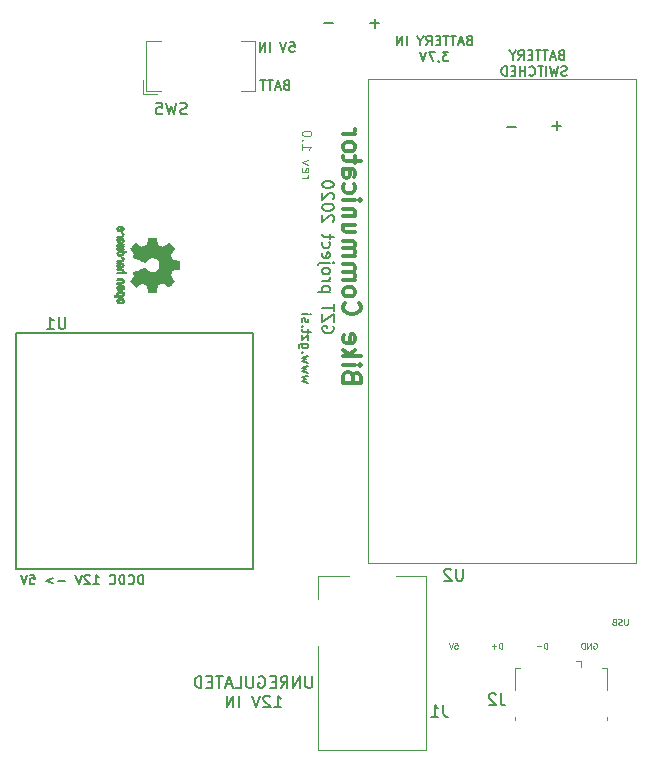
<source format=gbr>
%TF.GenerationSoftware,KiCad,Pcbnew,5.1.6-c6e7f7d~87~ubuntu18.04.1*%
%TF.CreationDate,2020-08-14T14:10:33+02:00*%
%TF.ProjectId,BikeCommunicator,42696b65-436f-46d6-9d75-6e696361746f,rev?*%
%TF.SameCoordinates,Original*%
%TF.FileFunction,Legend,Bot*%
%TF.FilePolarity,Positive*%
%FSLAX46Y46*%
G04 Gerber Fmt 4.6, Leading zero omitted, Abs format (unit mm)*
G04 Created by KiCad (PCBNEW 5.1.6-c6e7f7d~87~ubuntu18.04.1) date 2020-08-14 14:10:33*
%MOMM*%
%LPD*%
G01*
G04 APERTURE LIST*
%ADD10C,0.150000*%
%ADD11C,0.125000*%
%ADD12C,0.300000*%
%ADD13C,0.120000*%
%ADD14C,0.010000*%
G04 APERTURE END LIST*
D10*
X115608178Y-91217380D02*
X115074845Y-91065000D01*
X115455797Y-90912619D01*
X115074845Y-90760238D01*
X115608178Y-90607857D01*
X115608178Y-90379285D02*
X115074845Y-90226904D01*
X115455797Y-90074523D01*
X115074845Y-89922142D01*
X115608178Y-89769761D01*
X115608178Y-89541190D02*
X115074845Y-89388809D01*
X115455797Y-89236428D01*
X115074845Y-89084047D01*
X115608178Y-88931666D01*
X115151035Y-88626904D02*
X115112940Y-88588809D01*
X115074845Y-88626904D01*
X115112940Y-88665000D01*
X115151035Y-88626904D01*
X115074845Y-88626904D01*
X115608178Y-87903095D02*
X114960559Y-87903095D01*
X114884369Y-87941190D01*
X114846273Y-87979285D01*
X114808178Y-88055476D01*
X114808178Y-88169761D01*
X114846273Y-88245952D01*
X115112940Y-87903095D02*
X115074845Y-87979285D01*
X115074845Y-88131666D01*
X115112940Y-88207857D01*
X115151035Y-88245952D01*
X115227226Y-88284047D01*
X115455797Y-88284047D01*
X115531988Y-88245952D01*
X115570083Y-88207857D01*
X115608178Y-88131666D01*
X115608178Y-87979285D01*
X115570083Y-87903095D01*
X115608178Y-87598333D02*
X115608178Y-87179285D01*
X115074845Y-87598333D01*
X115074845Y-87179285D01*
X115608178Y-86988809D02*
X115608178Y-86684047D01*
X115874845Y-86874523D02*
X115189130Y-86874523D01*
X115112940Y-86836428D01*
X115074845Y-86760238D01*
X115074845Y-86684047D01*
X115151035Y-86417380D02*
X115112940Y-86379285D01*
X115074845Y-86417380D01*
X115112940Y-86455476D01*
X115151035Y-86417380D01*
X115074845Y-86417380D01*
X115112940Y-86074523D02*
X115074845Y-85998333D01*
X115074845Y-85845952D01*
X115112940Y-85769761D01*
X115189130Y-85731666D01*
X115227226Y-85731666D01*
X115303416Y-85769761D01*
X115341511Y-85845952D01*
X115341511Y-85960238D01*
X115379607Y-86036428D01*
X115455797Y-86074523D01*
X115493892Y-86074523D01*
X115570083Y-86036428D01*
X115608178Y-85960238D01*
X115608178Y-85845952D01*
X115570083Y-85769761D01*
X115074845Y-85388809D02*
X115608178Y-85388809D01*
X115874845Y-85388809D02*
X115836750Y-85426904D01*
X115798654Y-85388809D01*
X115836750Y-85350714D01*
X115874845Y-85388809D01*
X115798654Y-85388809D01*
D11*
X115081095Y-73843904D02*
X115614428Y-73843904D01*
X115462047Y-73843904D02*
X115538238Y-73805809D01*
X115576333Y-73767714D01*
X115614428Y-73691523D01*
X115614428Y-73615333D01*
X115119190Y-73043904D02*
X115081095Y-73120095D01*
X115081095Y-73272476D01*
X115119190Y-73348666D01*
X115195380Y-73386761D01*
X115500142Y-73386761D01*
X115576333Y-73348666D01*
X115614428Y-73272476D01*
X115614428Y-73120095D01*
X115576333Y-73043904D01*
X115500142Y-73005809D01*
X115423952Y-73005809D01*
X115347761Y-73386761D01*
X115614428Y-72739142D02*
X115081095Y-72548666D01*
X115614428Y-72358190D01*
X115081095Y-71024857D02*
X115081095Y-71482000D01*
X115081095Y-71253428D02*
X115881095Y-71253428D01*
X115766809Y-71329619D01*
X115690619Y-71405809D01*
X115652523Y-71482000D01*
X115157285Y-70682000D02*
X115119190Y-70643904D01*
X115081095Y-70682000D01*
X115119190Y-70720095D01*
X115157285Y-70682000D01*
X115081095Y-70682000D01*
X115881095Y-70148666D02*
X115881095Y-70072476D01*
X115843000Y-69996285D01*
X115804904Y-69958190D01*
X115728714Y-69920095D01*
X115576333Y-69882000D01*
X115385857Y-69882000D01*
X115233476Y-69920095D01*
X115157285Y-69958190D01*
X115119190Y-69996285D01*
X115081095Y-70072476D01*
X115081095Y-70148666D01*
X115119190Y-70224857D01*
X115157285Y-70262952D01*
X115233476Y-70301047D01*
X115385857Y-70339142D01*
X115576333Y-70339142D01*
X115728714Y-70301047D01*
X115804904Y-70262952D01*
X115843000Y-70224857D01*
X115881095Y-70148666D01*
D10*
X117721000Y-86438642D02*
X117768619Y-86533880D01*
X117768619Y-86676738D01*
X117721000Y-86819595D01*
X117625761Y-86914833D01*
X117530523Y-86962452D01*
X117340047Y-87010071D01*
X117197190Y-87010071D01*
X117006714Y-86962452D01*
X116911476Y-86914833D01*
X116816238Y-86819595D01*
X116768619Y-86676738D01*
X116768619Y-86581500D01*
X116816238Y-86438642D01*
X116863857Y-86391023D01*
X117197190Y-86391023D01*
X117197190Y-86581500D01*
X117768619Y-86057690D02*
X117768619Y-85391023D01*
X116768619Y-86057690D01*
X116768619Y-85391023D01*
X117768619Y-85152928D02*
X117768619Y-84581500D01*
X116768619Y-84867214D02*
X117768619Y-84867214D01*
X117435285Y-83486261D02*
X116435285Y-83486261D01*
X117387666Y-83486261D02*
X117435285Y-83391023D01*
X117435285Y-83200547D01*
X117387666Y-83105309D01*
X117340047Y-83057690D01*
X117244809Y-83010071D01*
X116959095Y-83010071D01*
X116863857Y-83057690D01*
X116816238Y-83105309D01*
X116768619Y-83200547D01*
X116768619Y-83391023D01*
X116816238Y-83486261D01*
X116768619Y-82581500D02*
X117435285Y-82581500D01*
X117244809Y-82581500D02*
X117340047Y-82533880D01*
X117387666Y-82486261D01*
X117435285Y-82391023D01*
X117435285Y-82295785D01*
X116768619Y-81819595D02*
X116816238Y-81914833D01*
X116863857Y-81962452D01*
X116959095Y-82010071D01*
X117244809Y-82010071D01*
X117340047Y-81962452D01*
X117387666Y-81914833D01*
X117435285Y-81819595D01*
X117435285Y-81676738D01*
X117387666Y-81581500D01*
X117340047Y-81533880D01*
X117244809Y-81486261D01*
X116959095Y-81486261D01*
X116863857Y-81533880D01*
X116816238Y-81581500D01*
X116768619Y-81676738D01*
X116768619Y-81819595D01*
X117435285Y-81057690D02*
X116578142Y-81057690D01*
X116482904Y-81105309D01*
X116435285Y-81200547D01*
X116435285Y-81248166D01*
X117768619Y-81057690D02*
X117721000Y-81105309D01*
X117673380Y-81057690D01*
X117721000Y-81010071D01*
X117768619Y-81057690D01*
X117673380Y-81057690D01*
X116816238Y-80200547D02*
X116768619Y-80295785D01*
X116768619Y-80486261D01*
X116816238Y-80581500D01*
X116911476Y-80629119D01*
X117292428Y-80629119D01*
X117387666Y-80581500D01*
X117435285Y-80486261D01*
X117435285Y-80295785D01*
X117387666Y-80200547D01*
X117292428Y-80152928D01*
X117197190Y-80152928D01*
X117101952Y-80629119D01*
X116816238Y-79295785D02*
X116768619Y-79391023D01*
X116768619Y-79581500D01*
X116816238Y-79676738D01*
X116863857Y-79724357D01*
X116959095Y-79771976D01*
X117244809Y-79771976D01*
X117340047Y-79724357D01*
X117387666Y-79676738D01*
X117435285Y-79581500D01*
X117435285Y-79391023D01*
X117387666Y-79295785D01*
X117435285Y-79010071D02*
X117435285Y-78629119D01*
X117768619Y-78867214D02*
X116911476Y-78867214D01*
X116816238Y-78819595D01*
X116768619Y-78724357D01*
X116768619Y-78629119D01*
X117673380Y-77581500D02*
X117721000Y-77533880D01*
X117768619Y-77438642D01*
X117768619Y-77200547D01*
X117721000Y-77105309D01*
X117673380Y-77057690D01*
X117578142Y-77010071D01*
X117482904Y-77010071D01*
X117340047Y-77057690D01*
X116768619Y-77629119D01*
X116768619Y-77010071D01*
X117768619Y-76391023D02*
X117768619Y-76295785D01*
X117721000Y-76200547D01*
X117673380Y-76152928D01*
X117578142Y-76105309D01*
X117387666Y-76057690D01*
X117149571Y-76057690D01*
X116959095Y-76105309D01*
X116863857Y-76152928D01*
X116816238Y-76200547D01*
X116768619Y-76295785D01*
X116768619Y-76391023D01*
X116816238Y-76486261D01*
X116863857Y-76533880D01*
X116959095Y-76581500D01*
X117149571Y-76629119D01*
X117387666Y-76629119D01*
X117578142Y-76581500D01*
X117673380Y-76533880D01*
X117721000Y-76486261D01*
X117768619Y-76391023D01*
X117673380Y-75676738D02*
X117721000Y-75629119D01*
X117768619Y-75533880D01*
X117768619Y-75295785D01*
X117721000Y-75200547D01*
X117673380Y-75152928D01*
X117578142Y-75105309D01*
X117482904Y-75105309D01*
X117340047Y-75152928D01*
X116768619Y-75724357D01*
X116768619Y-75105309D01*
X117768619Y-74486261D02*
X117768619Y-74391023D01*
X117721000Y-74295785D01*
X117673380Y-74248166D01*
X117578142Y-74200547D01*
X117387666Y-74152928D01*
X117149571Y-74152928D01*
X116959095Y-74200547D01*
X116863857Y-74248166D01*
X116816238Y-74295785D01*
X116768619Y-74391023D01*
X116768619Y-74486261D01*
X116816238Y-74581500D01*
X116863857Y-74629119D01*
X116959095Y-74676738D01*
X117149571Y-74724357D01*
X117387666Y-74724357D01*
X117578142Y-74676738D01*
X117673380Y-74629119D01*
X117721000Y-74581500D01*
X117768619Y-74486261D01*
D12*
X119360142Y-90688642D02*
X119288714Y-90474357D01*
X119217285Y-90402928D01*
X119074428Y-90331500D01*
X118860142Y-90331500D01*
X118717285Y-90402928D01*
X118645857Y-90474357D01*
X118574428Y-90617214D01*
X118574428Y-91188642D01*
X120074428Y-91188642D01*
X120074428Y-90688642D01*
X120003000Y-90545785D01*
X119931571Y-90474357D01*
X119788714Y-90402928D01*
X119645857Y-90402928D01*
X119503000Y-90474357D01*
X119431571Y-90545785D01*
X119360142Y-90688642D01*
X119360142Y-91188642D01*
X118574428Y-89688642D02*
X119574428Y-89688642D01*
X120074428Y-89688642D02*
X120003000Y-89760071D01*
X119931571Y-89688642D01*
X120003000Y-89617214D01*
X120074428Y-89688642D01*
X119931571Y-89688642D01*
X118574428Y-88974357D02*
X120074428Y-88974357D01*
X119145857Y-88831500D02*
X118574428Y-88402928D01*
X119574428Y-88402928D02*
X119003000Y-88974357D01*
X118645857Y-87188642D02*
X118574428Y-87331500D01*
X118574428Y-87617214D01*
X118645857Y-87760071D01*
X118788714Y-87831500D01*
X119360142Y-87831500D01*
X119503000Y-87760071D01*
X119574428Y-87617214D01*
X119574428Y-87331500D01*
X119503000Y-87188642D01*
X119360142Y-87117214D01*
X119217285Y-87117214D01*
X119074428Y-87831500D01*
X118717285Y-84474357D02*
X118645857Y-84545785D01*
X118574428Y-84760071D01*
X118574428Y-84902928D01*
X118645857Y-85117214D01*
X118788714Y-85260071D01*
X118931571Y-85331500D01*
X119217285Y-85402928D01*
X119431571Y-85402928D01*
X119717285Y-85331500D01*
X119860142Y-85260071D01*
X120003000Y-85117214D01*
X120074428Y-84902928D01*
X120074428Y-84760071D01*
X120003000Y-84545785D01*
X119931571Y-84474357D01*
X118574428Y-83617214D02*
X118645857Y-83760071D01*
X118717285Y-83831500D01*
X118860142Y-83902928D01*
X119288714Y-83902928D01*
X119431571Y-83831500D01*
X119503000Y-83760071D01*
X119574428Y-83617214D01*
X119574428Y-83402928D01*
X119503000Y-83260071D01*
X119431571Y-83188642D01*
X119288714Y-83117214D01*
X118860142Y-83117214D01*
X118717285Y-83188642D01*
X118645857Y-83260071D01*
X118574428Y-83402928D01*
X118574428Y-83617214D01*
X118574428Y-82474357D02*
X119574428Y-82474357D01*
X119431571Y-82474357D02*
X119503000Y-82402928D01*
X119574428Y-82260071D01*
X119574428Y-82045785D01*
X119503000Y-81902928D01*
X119360142Y-81831500D01*
X118574428Y-81831500D01*
X119360142Y-81831500D02*
X119503000Y-81760071D01*
X119574428Y-81617214D01*
X119574428Y-81402928D01*
X119503000Y-81260071D01*
X119360142Y-81188642D01*
X118574428Y-81188642D01*
X118574428Y-80474357D02*
X119574428Y-80474357D01*
X119431571Y-80474357D02*
X119503000Y-80402928D01*
X119574428Y-80260071D01*
X119574428Y-80045785D01*
X119503000Y-79902928D01*
X119360142Y-79831500D01*
X118574428Y-79831500D01*
X119360142Y-79831500D02*
X119503000Y-79760071D01*
X119574428Y-79617214D01*
X119574428Y-79402928D01*
X119503000Y-79260071D01*
X119360142Y-79188642D01*
X118574428Y-79188642D01*
X119574428Y-77831500D02*
X118574428Y-77831500D01*
X119574428Y-78474357D02*
X118788714Y-78474357D01*
X118645857Y-78402928D01*
X118574428Y-78260071D01*
X118574428Y-78045785D01*
X118645857Y-77902928D01*
X118717285Y-77831500D01*
X119574428Y-77117214D02*
X118574428Y-77117214D01*
X119431571Y-77117214D02*
X119503000Y-77045785D01*
X119574428Y-76902928D01*
X119574428Y-76688642D01*
X119503000Y-76545785D01*
X119360142Y-76474357D01*
X118574428Y-76474357D01*
X118574428Y-75760071D02*
X119574428Y-75760071D01*
X120074428Y-75760071D02*
X120003000Y-75831500D01*
X119931571Y-75760071D01*
X120003000Y-75688642D01*
X120074428Y-75760071D01*
X119931571Y-75760071D01*
X118645857Y-74402928D02*
X118574428Y-74545785D01*
X118574428Y-74831500D01*
X118645857Y-74974357D01*
X118717285Y-75045785D01*
X118860142Y-75117214D01*
X119288714Y-75117214D01*
X119431571Y-75045785D01*
X119503000Y-74974357D01*
X119574428Y-74831500D01*
X119574428Y-74545785D01*
X119503000Y-74402928D01*
X118574428Y-73117214D02*
X119360142Y-73117214D01*
X119503000Y-73188642D01*
X119574428Y-73331500D01*
X119574428Y-73617214D01*
X119503000Y-73760071D01*
X118645857Y-73117214D02*
X118574428Y-73260071D01*
X118574428Y-73617214D01*
X118645857Y-73760071D01*
X118788714Y-73831500D01*
X118931571Y-73831500D01*
X119074428Y-73760071D01*
X119145857Y-73617214D01*
X119145857Y-73260071D01*
X119217285Y-73117214D01*
X119574428Y-72617214D02*
X119574428Y-72045785D01*
X120074428Y-72402928D02*
X118788714Y-72402928D01*
X118645857Y-72331500D01*
X118574428Y-72188642D01*
X118574428Y-72045785D01*
X118574428Y-71331500D02*
X118645857Y-71474357D01*
X118717285Y-71545785D01*
X118860142Y-71617214D01*
X119288714Y-71617214D01*
X119431571Y-71545785D01*
X119503000Y-71474357D01*
X119574428Y-71331500D01*
X119574428Y-71117214D01*
X119503000Y-70974357D01*
X119431571Y-70902928D01*
X119288714Y-70831500D01*
X118860142Y-70831500D01*
X118717285Y-70902928D01*
X118645857Y-70974357D01*
X118574428Y-71117214D01*
X118574428Y-71331500D01*
X118574428Y-70188642D02*
X119574428Y-70188642D01*
X119288714Y-70188642D02*
X119431571Y-70117214D01*
X119503000Y-70045785D01*
X119574428Y-69902928D01*
X119574428Y-69760071D01*
D10*
X129215785Y-62196357D02*
X129101500Y-62234452D01*
X129063404Y-62272547D01*
X129025309Y-62348738D01*
X129025309Y-62463023D01*
X129063404Y-62539214D01*
X129101500Y-62577309D01*
X129177690Y-62615404D01*
X129482452Y-62615404D01*
X129482452Y-61815404D01*
X129215785Y-61815404D01*
X129139595Y-61853500D01*
X129101500Y-61891595D01*
X129063404Y-61967785D01*
X129063404Y-62043976D01*
X129101500Y-62120166D01*
X129139595Y-62158261D01*
X129215785Y-62196357D01*
X129482452Y-62196357D01*
X128720547Y-62386833D02*
X128339595Y-62386833D01*
X128796738Y-62615404D02*
X128530071Y-61815404D01*
X128263404Y-62615404D01*
X128111023Y-61815404D02*
X127653880Y-61815404D01*
X127882452Y-62615404D02*
X127882452Y-61815404D01*
X127501500Y-61815404D02*
X127044357Y-61815404D01*
X127272928Y-62615404D02*
X127272928Y-61815404D01*
X126777690Y-62196357D02*
X126511023Y-62196357D01*
X126396738Y-62615404D02*
X126777690Y-62615404D01*
X126777690Y-61815404D01*
X126396738Y-61815404D01*
X125596738Y-62615404D02*
X125863404Y-62234452D01*
X126053880Y-62615404D02*
X126053880Y-61815404D01*
X125749119Y-61815404D01*
X125672928Y-61853500D01*
X125634833Y-61891595D01*
X125596738Y-61967785D01*
X125596738Y-62082071D01*
X125634833Y-62158261D01*
X125672928Y-62196357D01*
X125749119Y-62234452D01*
X126053880Y-62234452D01*
X125101500Y-62234452D02*
X125101500Y-62615404D01*
X125368166Y-61815404D02*
X125101500Y-62234452D01*
X124834833Y-61815404D01*
X123958642Y-62615404D02*
X123958642Y-61815404D01*
X123577690Y-62615404D02*
X123577690Y-61815404D01*
X123120547Y-62615404D01*
X123120547Y-61815404D01*
X127482452Y-63165404D02*
X126987214Y-63165404D01*
X127253880Y-63470166D01*
X127139595Y-63470166D01*
X127063404Y-63508261D01*
X127025309Y-63546357D01*
X126987214Y-63622547D01*
X126987214Y-63813023D01*
X127025309Y-63889214D01*
X127063404Y-63927309D01*
X127139595Y-63965404D01*
X127368166Y-63965404D01*
X127444357Y-63927309D01*
X127482452Y-63889214D01*
X126606261Y-63927309D02*
X126606261Y-63965404D01*
X126644357Y-64041595D01*
X126682452Y-64079690D01*
X126339595Y-63165404D02*
X125806261Y-63165404D01*
X126149119Y-63965404D01*
X125615785Y-63165404D02*
X125349119Y-63965404D01*
X125082452Y-63165404D01*
X115937680Y-116038880D02*
X115937680Y-116848404D01*
X115890061Y-116943642D01*
X115842442Y-116991261D01*
X115747204Y-117038880D01*
X115556728Y-117038880D01*
X115461490Y-116991261D01*
X115413871Y-116943642D01*
X115366252Y-116848404D01*
X115366252Y-116038880D01*
X114890061Y-117038880D02*
X114890061Y-116038880D01*
X114318633Y-117038880D01*
X114318633Y-116038880D01*
X113271014Y-117038880D02*
X113604347Y-116562690D01*
X113842442Y-117038880D02*
X113842442Y-116038880D01*
X113461490Y-116038880D01*
X113366252Y-116086500D01*
X113318633Y-116134119D01*
X113271014Y-116229357D01*
X113271014Y-116372214D01*
X113318633Y-116467452D01*
X113366252Y-116515071D01*
X113461490Y-116562690D01*
X113842442Y-116562690D01*
X112842442Y-116515071D02*
X112509109Y-116515071D01*
X112366252Y-117038880D02*
X112842442Y-117038880D01*
X112842442Y-116038880D01*
X112366252Y-116038880D01*
X111413871Y-116086500D02*
X111509109Y-116038880D01*
X111651966Y-116038880D01*
X111794823Y-116086500D01*
X111890061Y-116181738D01*
X111937680Y-116276976D01*
X111985300Y-116467452D01*
X111985300Y-116610309D01*
X111937680Y-116800785D01*
X111890061Y-116896023D01*
X111794823Y-116991261D01*
X111651966Y-117038880D01*
X111556728Y-117038880D01*
X111413871Y-116991261D01*
X111366252Y-116943642D01*
X111366252Y-116610309D01*
X111556728Y-116610309D01*
X110937680Y-116038880D02*
X110937680Y-116848404D01*
X110890061Y-116943642D01*
X110842442Y-116991261D01*
X110747204Y-117038880D01*
X110556728Y-117038880D01*
X110461490Y-116991261D01*
X110413871Y-116943642D01*
X110366252Y-116848404D01*
X110366252Y-116038880D01*
X109413871Y-117038880D02*
X109890061Y-117038880D01*
X109890061Y-116038880D01*
X109128157Y-116753166D02*
X108651966Y-116753166D01*
X109223395Y-117038880D02*
X108890061Y-116038880D01*
X108556728Y-117038880D01*
X108366252Y-116038880D02*
X107794823Y-116038880D01*
X108080538Y-117038880D02*
X108080538Y-116038880D01*
X107461490Y-116515071D02*
X107128157Y-116515071D01*
X106985300Y-117038880D02*
X107461490Y-117038880D01*
X107461490Y-116038880D01*
X106985300Y-116038880D01*
X106556728Y-117038880D02*
X106556728Y-116038880D01*
X106318633Y-116038880D01*
X106175776Y-116086500D01*
X106080538Y-116181738D01*
X106032919Y-116276976D01*
X105985300Y-116467452D01*
X105985300Y-116610309D01*
X106032919Y-116800785D01*
X106080538Y-116896023D01*
X106175776Y-116991261D01*
X106318633Y-117038880D01*
X106556728Y-117038880D01*
X112747204Y-118688880D02*
X113318633Y-118688880D01*
X113032919Y-118688880D02*
X113032919Y-117688880D01*
X113128157Y-117831738D01*
X113223395Y-117926976D01*
X113318633Y-117974595D01*
X112366252Y-117784119D02*
X112318633Y-117736500D01*
X112223395Y-117688880D01*
X111985300Y-117688880D01*
X111890061Y-117736500D01*
X111842442Y-117784119D01*
X111794823Y-117879357D01*
X111794823Y-117974595D01*
X111842442Y-118117452D01*
X112413871Y-118688880D01*
X111794823Y-118688880D01*
X111509109Y-117688880D02*
X111175776Y-118688880D01*
X110842442Y-117688880D01*
X109747204Y-118688880D02*
X109747204Y-117688880D01*
X109271014Y-118688880D02*
X109271014Y-117688880D01*
X108699585Y-118688880D01*
X108699585Y-117688880D01*
X117665452Y-60777428D02*
X116903547Y-60777428D01*
X121602452Y-60777428D02*
X120840547Y-60777428D01*
X121221500Y-61158380D02*
X121221500Y-60396476D01*
X137020252Y-69464228D02*
X136258347Y-69464228D01*
X136639300Y-69845180D02*
X136639300Y-69083276D01*
X133222952Y-69540428D02*
X132461047Y-69540428D01*
X137026361Y-63453657D02*
X136912076Y-63491752D01*
X136873980Y-63529847D01*
X136835885Y-63606038D01*
X136835885Y-63720323D01*
X136873980Y-63796514D01*
X136912076Y-63834609D01*
X136988266Y-63872704D01*
X137293028Y-63872704D01*
X137293028Y-63072704D01*
X137026361Y-63072704D01*
X136950171Y-63110800D01*
X136912076Y-63148895D01*
X136873980Y-63225085D01*
X136873980Y-63301276D01*
X136912076Y-63377466D01*
X136950171Y-63415561D01*
X137026361Y-63453657D01*
X137293028Y-63453657D01*
X136531123Y-63644133D02*
X136150171Y-63644133D01*
X136607314Y-63872704D02*
X136340647Y-63072704D01*
X136073980Y-63872704D01*
X135921600Y-63072704D02*
X135464457Y-63072704D01*
X135693028Y-63872704D02*
X135693028Y-63072704D01*
X135312076Y-63072704D02*
X134854933Y-63072704D01*
X135083504Y-63872704D02*
X135083504Y-63072704D01*
X134588266Y-63453657D02*
X134321600Y-63453657D01*
X134207314Y-63872704D02*
X134588266Y-63872704D01*
X134588266Y-63072704D01*
X134207314Y-63072704D01*
X133407314Y-63872704D02*
X133673980Y-63491752D01*
X133864457Y-63872704D02*
X133864457Y-63072704D01*
X133559695Y-63072704D01*
X133483504Y-63110800D01*
X133445409Y-63148895D01*
X133407314Y-63225085D01*
X133407314Y-63339371D01*
X133445409Y-63415561D01*
X133483504Y-63453657D01*
X133559695Y-63491752D01*
X133864457Y-63491752D01*
X132912076Y-63491752D02*
X132912076Y-63872704D01*
X133178742Y-63072704D02*
X132912076Y-63491752D01*
X132645409Y-63072704D01*
X137483504Y-65184609D02*
X137369219Y-65222704D01*
X137178742Y-65222704D01*
X137102552Y-65184609D01*
X137064457Y-65146514D01*
X137026361Y-65070323D01*
X137026361Y-64994133D01*
X137064457Y-64917942D01*
X137102552Y-64879847D01*
X137178742Y-64841752D01*
X137331123Y-64803657D01*
X137407314Y-64765561D01*
X137445409Y-64727466D01*
X137483504Y-64651276D01*
X137483504Y-64575085D01*
X137445409Y-64498895D01*
X137407314Y-64460800D01*
X137331123Y-64422704D01*
X137140647Y-64422704D01*
X137026361Y-64460800D01*
X136759695Y-64422704D02*
X136569219Y-65222704D01*
X136416838Y-64651276D01*
X136264457Y-65222704D01*
X136073980Y-64422704D01*
X135769219Y-65222704D02*
X135769219Y-64422704D01*
X135502552Y-64422704D02*
X135045409Y-64422704D01*
X135273980Y-65222704D02*
X135273980Y-64422704D01*
X134321600Y-65146514D02*
X134359695Y-65184609D01*
X134473980Y-65222704D01*
X134550171Y-65222704D01*
X134664457Y-65184609D01*
X134740647Y-65108419D01*
X134778742Y-65032228D01*
X134816838Y-64879847D01*
X134816838Y-64765561D01*
X134778742Y-64613180D01*
X134740647Y-64536990D01*
X134664457Y-64460800D01*
X134550171Y-64422704D01*
X134473980Y-64422704D01*
X134359695Y-64460800D01*
X134321600Y-64498895D01*
X133978742Y-65222704D02*
X133978742Y-64422704D01*
X133978742Y-64803657D02*
X133521600Y-64803657D01*
X133521600Y-65222704D02*
X133521600Y-64422704D01*
X133140647Y-64803657D02*
X132873980Y-64803657D01*
X132759695Y-65222704D02*
X133140647Y-65222704D01*
X133140647Y-64422704D01*
X132759695Y-64422704D01*
X132416838Y-65222704D02*
X132416838Y-64422704D01*
X132226361Y-64422704D01*
X132112076Y-64460800D01*
X132035885Y-64536990D01*
X131997790Y-64613180D01*
X131959695Y-64765561D01*
X131959695Y-64879847D01*
X131997790Y-65032228D01*
X132035885Y-65108419D01*
X132112076Y-65184609D01*
X132226361Y-65222704D01*
X132416838Y-65222704D01*
X113734738Y-65982857D02*
X113620452Y-66020952D01*
X113582357Y-66059047D01*
X113544261Y-66135238D01*
X113544261Y-66249523D01*
X113582357Y-66325714D01*
X113620452Y-66363809D01*
X113696642Y-66401904D01*
X114001404Y-66401904D01*
X114001404Y-65601904D01*
X113734738Y-65601904D01*
X113658547Y-65640000D01*
X113620452Y-65678095D01*
X113582357Y-65754285D01*
X113582357Y-65830476D01*
X113620452Y-65906666D01*
X113658547Y-65944761D01*
X113734738Y-65982857D01*
X114001404Y-65982857D01*
X113239500Y-66173333D02*
X112858547Y-66173333D01*
X113315690Y-66401904D02*
X113049023Y-65601904D01*
X112782357Y-66401904D01*
X112629976Y-65601904D02*
X112172833Y-65601904D01*
X112401404Y-66401904D02*
X112401404Y-65601904D01*
X112020452Y-65601904D02*
X111563309Y-65601904D01*
X111791880Y-66401904D02*
X111791880Y-65601904D01*
X114033166Y-62363404D02*
X114414119Y-62363404D01*
X114452214Y-62744357D01*
X114414119Y-62706261D01*
X114337928Y-62668166D01*
X114147452Y-62668166D01*
X114071261Y-62706261D01*
X114033166Y-62744357D01*
X113995071Y-62820547D01*
X113995071Y-63011023D01*
X114033166Y-63087214D01*
X114071261Y-63125309D01*
X114147452Y-63163404D01*
X114337928Y-63163404D01*
X114414119Y-63125309D01*
X114452214Y-63087214D01*
X113766500Y-62363404D02*
X113499833Y-63163404D01*
X113233166Y-62363404D01*
X112356976Y-63163404D02*
X112356976Y-62363404D01*
X111976023Y-63163404D02*
X111976023Y-62363404D01*
X111518880Y-63163404D01*
X111518880Y-62363404D01*
X101650157Y-108261104D02*
X101650157Y-107461104D01*
X101459680Y-107461104D01*
X101345395Y-107499200D01*
X101269204Y-107575390D01*
X101231109Y-107651580D01*
X101193014Y-107803961D01*
X101193014Y-107918247D01*
X101231109Y-108070628D01*
X101269204Y-108146819D01*
X101345395Y-108223009D01*
X101459680Y-108261104D01*
X101650157Y-108261104D01*
X100393014Y-108184914D02*
X100431109Y-108223009D01*
X100545395Y-108261104D01*
X100621585Y-108261104D01*
X100735871Y-108223009D01*
X100812061Y-108146819D01*
X100850157Y-108070628D01*
X100888252Y-107918247D01*
X100888252Y-107803961D01*
X100850157Y-107651580D01*
X100812061Y-107575390D01*
X100735871Y-107499200D01*
X100621585Y-107461104D01*
X100545395Y-107461104D01*
X100431109Y-107499200D01*
X100393014Y-107537295D01*
X100050157Y-108261104D02*
X100050157Y-107461104D01*
X99859680Y-107461104D01*
X99745395Y-107499200D01*
X99669204Y-107575390D01*
X99631109Y-107651580D01*
X99593014Y-107803961D01*
X99593014Y-107918247D01*
X99631109Y-108070628D01*
X99669204Y-108146819D01*
X99745395Y-108223009D01*
X99859680Y-108261104D01*
X100050157Y-108261104D01*
X98793014Y-108184914D02*
X98831109Y-108223009D01*
X98945395Y-108261104D01*
X99021585Y-108261104D01*
X99135871Y-108223009D01*
X99212061Y-108146819D01*
X99250157Y-108070628D01*
X99288252Y-107918247D01*
X99288252Y-107803961D01*
X99250157Y-107651580D01*
X99212061Y-107575390D01*
X99135871Y-107499200D01*
X99021585Y-107461104D01*
X98945395Y-107461104D01*
X98831109Y-107499200D01*
X98793014Y-107537295D01*
X97421585Y-108261104D02*
X97878728Y-108261104D01*
X97650157Y-108261104D02*
X97650157Y-107461104D01*
X97726347Y-107575390D01*
X97802538Y-107651580D01*
X97878728Y-107689676D01*
X97116823Y-107537295D02*
X97078728Y-107499200D01*
X97002538Y-107461104D01*
X96812061Y-107461104D01*
X96735871Y-107499200D01*
X96697776Y-107537295D01*
X96659680Y-107613485D01*
X96659680Y-107689676D01*
X96697776Y-107803961D01*
X97154919Y-108261104D01*
X96659680Y-108261104D01*
X96431109Y-107461104D02*
X96164442Y-108261104D01*
X95897776Y-107461104D01*
X95021585Y-107956342D02*
X94412061Y-107956342D01*
X94031109Y-107727771D02*
X93421585Y-107956342D01*
X94031109Y-108184914D01*
X92050157Y-107461104D02*
X92431109Y-107461104D01*
X92469204Y-107842057D01*
X92431109Y-107803961D01*
X92354919Y-107765866D01*
X92164442Y-107765866D01*
X92088252Y-107803961D01*
X92050157Y-107842057D01*
X92012061Y-107918247D01*
X92012061Y-108108723D01*
X92050157Y-108184914D01*
X92088252Y-108223009D01*
X92164442Y-108261104D01*
X92354919Y-108261104D01*
X92431109Y-108223009D01*
X92469204Y-108184914D01*
X91783490Y-107461104D02*
X91516823Y-108261104D01*
X91250157Y-107461104D01*
D11*
X127996938Y-113226090D02*
X128235033Y-113226090D01*
X128258842Y-113464185D01*
X128235033Y-113440376D01*
X128187414Y-113416566D01*
X128068366Y-113416566D01*
X128020747Y-113440376D01*
X127996938Y-113464185D01*
X127973128Y-113511804D01*
X127973128Y-113630852D01*
X127996938Y-113678471D01*
X128020747Y-113702280D01*
X128068366Y-113726090D01*
X128187414Y-113726090D01*
X128235033Y-113702280D01*
X128258842Y-113678471D01*
X127830271Y-113226090D02*
X127663604Y-113726090D01*
X127496938Y-113226090D01*
X132030220Y-113726090D02*
X132030220Y-113226090D01*
X131911172Y-113226090D01*
X131839744Y-113249900D01*
X131792124Y-113297519D01*
X131768315Y-113345138D01*
X131744505Y-113440376D01*
X131744505Y-113511804D01*
X131768315Y-113607042D01*
X131792124Y-113654661D01*
X131839744Y-113702280D01*
X131911172Y-113726090D01*
X132030220Y-113726090D01*
X131530220Y-113535614D02*
X131149267Y-113535614D01*
X131339744Y-113726090D02*
X131339744Y-113345138D01*
X135825407Y-113726090D02*
X135825407Y-113226090D01*
X135706359Y-113226090D01*
X135634931Y-113249900D01*
X135587311Y-113297519D01*
X135563502Y-113345138D01*
X135539692Y-113440376D01*
X135539692Y-113511804D01*
X135563502Y-113607042D01*
X135587311Y-113654661D01*
X135634931Y-113702280D01*
X135706359Y-113726090D01*
X135825407Y-113726090D01*
X135325407Y-113535614D02*
X134944454Y-113535614D01*
X139763452Y-113249900D02*
X139811071Y-113226090D01*
X139882500Y-113226090D01*
X139953928Y-113249900D01*
X140001547Y-113297519D01*
X140025357Y-113345138D01*
X140049166Y-113440376D01*
X140049166Y-113511804D01*
X140025357Y-113607042D01*
X140001547Y-113654661D01*
X139953928Y-113702280D01*
X139882500Y-113726090D01*
X139834880Y-113726090D01*
X139763452Y-113702280D01*
X139739642Y-113678471D01*
X139739642Y-113511804D01*
X139834880Y-113511804D01*
X139525357Y-113726090D02*
X139525357Y-113226090D01*
X139239642Y-113726090D01*
X139239642Y-113226090D01*
X139001547Y-113726090D02*
X139001547Y-113226090D01*
X138882500Y-113226090D01*
X138811071Y-113249900D01*
X138763452Y-113297519D01*
X138739642Y-113345138D01*
X138715833Y-113440376D01*
X138715833Y-113511804D01*
X138739642Y-113607042D01*
X138763452Y-113654661D01*
X138811071Y-113702280D01*
X138882500Y-113726090D01*
X139001547Y-113726090D01*
X142642352Y-111206790D02*
X142642352Y-111611552D01*
X142618542Y-111659171D01*
X142594733Y-111682980D01*
X142547114Y-111706790D01*
X142451876Y-111706790D01*
X142404257Y-111682980D01*
X142380447Y-111659171D01*
X142356638Y-111611552D01*
X142356638Y-111206790D01*
X142142352Y-111682980D02*
X142070923Y-111706790D01*
X141951876Y-111706790D01*
X141904257Y-111682980D01*
X141880447Y-111659171D01*
X141856638Y-111611552D01*
X141856638Y-111563933D01*
X141880447Y-111516314D01*
X141904257Y-111492504D01*
X141951876Y-111468695D01*
X142047114Y-111444885D01*
X142094733Y-111421076D01*
X142118542Y-111397266D01*
X142142352Y-111349647D01*
X142142352Y-111302028D01*
X142118542Y-111254409D01*
X142094733Y-111230600D01*
X142047114Y-111206790D01*
X141928066Y-111206790D01*
X141856638Y-111230600D01*
X141475685Y-111444885D02*
X141404257Y-111468695D01*
X141380447Y-111492504D01*
X141356638Y-111540123D01*
X141356638Y-111611552D01*
X141380447Y-111659171D01*
X141404257Y-111682980D01*
X141451876Y-111706790D01*
X141642352Y-111706790D01*
X141642352Y-111206790D01*
X141475685Y-111206790D01*
X141428066Y-111230600D01*
X141404257Y-111254409D01*
X141380447Y-111302028D01*
X141380447Y-111349647D01*
X141404257Y-111397266D01*
X141428066Y-111421076D01*
X141475685Y-111444885D01*
X141642352Y-111444885D01*
D13*
%TO.C,U2*%
X120640001Y-106500000D02*
X120640000Y-65500000D01*
X120650000Y-65500000D02*
X143359999Y-65500000D01*
X143359999Y-65500000D02*
X143360000Y-106500000D01*
X143360000Y-106500000D02*
X120640001Y-106500000D01*
%TO.C,J1*%
X125600000Y-107600000D02*
X123000000Y-107600000D01*
X125600000Y-122300000D02*
X125600000Y-107600000D01*
X116400000Y-107600000D02*
X116400000Y-109500000D01*
X119100000Y-107600000D02*
X116400000Y-107600000D01*
X116400000Y-122300000D02*
X125600000Y-122300000D01*
X116400000Y-113500000D02*
X116400000Y-122300000D01*
D14*
%TO.C,REF\u002A\u002A*%
G36*
X104675152Y-81112590D02*
G01*
X104674722Y-81034046D01*
X104673558Y-80977202D01*
X104671293Y-80938395D01*
X104667560Y-80913962D01*
X104661994Y-80900238D01*
X104654227Y-80893560D01*
X104643895Y-80890264D01*
X104642557Y-80889944D01*
X104618421Y-80884938D01*
X104570799Y-80875671D01*
X104504759Y-80863108D01*
X104425372Y-80848213D01*
X104337704Y-80831949D01*
X104334625Y-80831381D01*
X104248711Y-80815090D01*
X104172804Y-80799848D01*
X104111455Y-80786639D01*
X104069218Y-80776446D01*
X104050645Y-80770252D01*
X104050316Y-80769957D01*
X104041247Y-80751712D01*
X104026133Y-80714095D01*
X104008238Y-80665229D01*
X104008142Y-80664957D01*
X103985007Y-80603407D01*
X103955535Y-80530843D01*
X103925903Y-80462443D01*
X103924438Y-80459206D01*
X103873874Y-80347798D01*
X104042340Y-80101101D01*
X104093697Y-80025423D01*
X104139611Y-79956869D01*
X104177470Y-79899412D01*
X104204663Y-79857024D01*
X104218579Y-79833675D01*
X104219611Y-79831458D01*
X104215016Y-79814490D01*
X104192845Y-79782799D01*
X104152053Y-79735148D01*
X104091595Y-79670302D01*
X104027273Y-79604103D01*
X103963888Y-79540286D01*
X103906049Y-79483171D01*
X103857325Y-79436195D01*
X103821290Y-79402797D01*
X103801516Y-79386415D01*
X103800498Y-79385806D01*
X103786928Y-79383995D01*
X103764767Y-79390817D01*
X103731022Y-79407960D01*
X103682700Y-79437107D01*
X103616808Y-79479945D01*
X103531983Y-79537052D01*
X103457323Y-79587734D01*
X103390360Y-79633039D01*
X103334984Y-79670350D01*
X103295080Y-79697048D01*
X103274538Y-79710515D01*
X103273144Y-79711363D01*
X103253462Y-79709719D01*
X103215207Y-79697255D01*
X103165611Y-79676452D01*
X103149772Y-79669038D01*
X103079210Y-79636686D01*
X102999147Y-79602172D01*
X102929871Y-79574135D01*
X102878455Y-79553932D01*
X102839381Y-79537885D01*
X102818959Y-79528612D01*
X102817386Y-79527459D01*
X102814779Y-79510404D01*
X102807637Y-79470202D01*
X102796977Y-79412198D01*
X102783815Y-79341737D01*
X102769167Y-79264165D01*
X102754051Y-79184828D01*
X102739482Y-79109069D01*
X102726478Y-79042236D01*
X102716055Y-78989672D01*
X102709230Y-78956724D01*
X102707301Y-78948643D01*
X102702538Y-78940295D01*
X102691782Y-78933994D01*
X102671402Y-78929455D01*
X102637766Y-78926396D01*
X102587245Y-78924533D01*
X102516208Y-78923582D01*
X102421024Y-78923260D01*
X102382008Y-78923243D01*
X102064701Y-78923243D01*
X102049661Y-78999443D01*
X102041505Y-79041837D01*
X102029601Y-79105100D01*
X102015384Y-79181538D01*
X102000290Y-79263457D01*
X101996145Y-79286100D01*
X101981447Y-79361694D01*
X101966995Y-79427547D01*
X101954125Y-79478134D01*
X101944178Y-79507926D01*
X101941213Y-79512888D01*
X101920217Y-79525074D01*
X101879533Y-79542547D01*
X101827178Y-79561923D01*
X101815900Y-79565766D01*
X101745977Y-79591161D01*
X101667082Y-79622683D01*
X101596234Y-79653531D01*
X101595905Y-79653683D01*
X101484767Y-79705053D01*
X101236247Y-79536101D01*
X100987728Y-79367148D01*
X100770442Y-79584071D01*
X100705774Y-79649681D01*
X100648767Y-79709521D01*
X100602467Y-79760233D01*
X100569916Y-79798454D01*
X100554157Y-79820825D01*
X100553157Y-79824034D01*
X100561031Y-79842874D01*
X100582922Y-79881320D01*
X100616233Y-79935170D01*
X100658369Y-80000224D01*
X100705557Y-80070560D01*
X100753690Y-80141945D01*
X100795572Y-80205592D01*
X100828629Y-80257459D01*
X100850282Y-80293505D01*
X100857957Y-80309633D01*
X100851463Y-80329311D01*
X100834350Y-80366625D01*
X100810174Y-80413879D01*
X100807487Y-80418888D01*
X100775573Y-80482523D01*
X100759921Y-80526159D01*
X100759755Y-80553298D01*
X100774296Y-80567443D01*
X100774500Y-80567525D01*
X100791721Y-80574595D01*
X100832601Y-80591458D01*
X100893975Y-80616805D01*
X100972681Y-80649329D01*
X101065553Y-80687722D01*
X101169428Y-80730678D01*
X101269998Y-80772278D01*
X101380984Y-80817996D01*
X101483797Y-80859974D01*
X101575285Y-80896952D01*
X101652299Y-80927673D01*
X101711685Y-80950878D01*
X101750291Y-80965310D01*
X101764700Y-80969757D01*
X101781228Y-80958604D01*
X101807570Y-80929431D01*
X101836613Y-80890529D01*
X101928461Y-80779743D01*
X102033741Y-80693149D01*
X102150234Y-80631784D01*
X102275724Y-80596685D01*
X102407993Y-80588892D01*
X102469043Y-80594557D01*
X102595705Y-80625422D01*
X102707559Y-80678580D01*
X102803499Y-80750733D01*
X102882424Y-80838583D01*
X102943230Y-80938835D01*
X102984813Y-81048190D01*
X103006072Y-81163353D01*
X103005901Y-81281025D01*
X102983199Y-81397910D01*
X102936862Y-81510711D01*
X102865787Y-81616131D01*
X102825589Y-81660132D01*
X102722371Y-81744521D01*
X102609575Y-81803278D01*
X102490490Y-81836796D01*
X102368405Y-81845465D01*
X102246607Y-81829677D01*
X102128384Y-81789822D01*
X102017025Y-81726293D01*
X101915816Y-81639479D01*
X101836613Y-81542471D01*
X101806338Y-81502063D01*
X101780281Y-81473518D01*
X101764675Y-81463243D01*
X101747657Y-81468623D01*
X101707000Y-81483925D01*
X101645858Y-81507888D01*
X101567381Y-81539256D01*
X101474720Y-81576768D01*
X101371028Y-81619167D01*
X101269974Y-81660837D01*
X101158893Y-81706810D01*
X101055959Y-81749393D01*
X100964335Y-81787279D01*
X100887184Y-81819160D01*
X100827669Y-81843729D01*
X100788956Y-81859680D01*
X100774500Y-81865590D01*
X100759815Y-81879552D01*
X100759858Y-81906560D01*
X100775401Y-81950087D01*
X100807216Y-82013610D01*
X100807487Y-82014112D01*
X100832177Y-82061940D01*
X100850162Y-82100603D01*
X100857886Y-82122405D01*
X100857957Y-82123367D01*
X100850122Y-82139779D01*
X100828335Y-82176013D01*
X100795172Y-82228026D01*
X100753209Y-82291775D01*
X100705557Y-82362440D01*
X100657309Y-82434384D01*
X100615349Y-82499226D01*
X100582273Y-82552765D01*
X100560679Y-82590803D01*
X100553157Y-82608967D01*
X100563043Y-82625692D01*
X100590674Y-82659320D01*
X100633005Y-82706490D01*
X100686995Y-82763842D01*
X100749601Y-82828016D01*
X100770517Y-82849003D01*
X100987877Y-83066001D01*
X101230280Y-82900832D01*
X101304719Y-82850636D01*
X101371528Y-82806581D01*
X101426835Y-82771138D01*
X101466771Y-82746781D01*
X101487464Y-82735978D01*
X101488937Y-82735662D01*
X101508442Y-82741357D01*
X101547678Y-82756674D01*
X101600070Y-82778963D01*
X101635145Y-82794607D01*
X101702299Y-82823859D01*
X101770142Y-82851406D01*
X101827466Y-82872763D01*
X101844928Y-82878565D01*
X101891562Y-82895048D01*
X101927595Y-82911160D01*
X101941213Y-82920010D01*
X101949548Y-82939540D01*
X101961363Y-82982166D01*
X101975319Y-83042355D01*
X101990078Y-83114578D01*
X101996145Y-83146900D01*
X102011227Y-83228978D01*
X102025831Y-83307705D01*
X102038520Y-83375391D01*
X102047858Y-83424340D01*
X102049661Y-83433557D01*
X102064701Y-83509757D01*
X102382008Y-83509757D01*
X102486346Y-83509586D01*
X102565287Y-83508884D01*
X102622462Y-83507366D01*
X102661501Y-83504751D01*
X102686035Y-83500754D01*
X102699695Y-83495091D01*
X102706111Y-83487480D01*
X102707301Y-83484357D01*
X102711520Y-83465522D01*
X102719938Y-83423912D01*
X102731539Y-83364870D01*
X102745305Y-83293743D01*
X102760220Y-83215875D01*
X102775268Y-83136613D01*
X102789431Y-83061302D01*
X102801694Y-82995287D01*
X102811039Y-82943913D01*
X102816450Y-82912525D01*
X102817386Y-82905541D01*
X102829904Y-82899215D01*
X102863254Y-82885210D01*
X102911123Y-82866145D01*
X102929871Y-82858866D01*
X103002305Y-82829504D01*
X103082330Y-82794929D01*
X103149772Y-82763963D01*
X103201341Y-82741177D01*
X103243715Y-82726018D01*
X103269666Y-82720958D01*
X103273144Y-82721764D01*
X103289564Y-82732459D01*
X103326083Y-82756880D01*
X103378813Y-82792405D01*
X103443865Y-82836413D01*
X103517349Y-82886283D01*
X103531855Y-82896144D01*
X103617796Y-82954008D01*
X103683239Y-82996544D01*
X103731196Y-83025446D01*
X103764680Y-83042410D01*
X103786705Y-83049133D01*
X103800283Y-83047310D01*
X103800369Y-83047264D01*
X103818203Y-83032914D01*
X103852683Y-83001177D01*
X103900232Y-82955490D01*
X103957278Y-82899296D01*
X104020245Y-82836032D01*
X104027273Y-82828898D01*
X104104480Y-82749170D01*
X104161170Y-82687643D01*
X104198390Y-82643079D01*
X104217185Y-82614243D01*
X104219611Y-82601542D01*
X104209029Y-82583006D01*
X104184584Y-82544539D01*
X104148888Y-82490114D01*
X104104553Y-82423702D01*
X104054189Y-82349275D01*
X104042340Y-82331899D01*
X103873874Y-82085203D01*
X103924438Y-81973794D01*
X103953905Y-81906043D01*
X103983541Y-81833317D01*
X104007170Y-81770797D01*
X104008142Y-81768043D01*
X104026043Y-81719140D01*
X104041180Y-81681443D01*
X104050290Y-81663075D01*
X104050316Y-81663044D01*
X104066783Y-81657215D01*
X104107281Y-81647308D01*
X104167258Y-81634305D01*
X104242160Y-81619191D01*
X104327436Y-81602948D01*
X104334625Y-81601619D01*
X104422486Y-81585325D01*
X104502240Y-81570367D01*
X104568819Y-81557709D01*
X104617153Y-81548314D01*
X104642175Y-81543146D01*
X104642557Y-81543056D01*
X104653201Y-81539911D01*
X104661238Y-81533796D01*
X104667033Y-81521047D01*
X104670953Y-81498000D01*
X104673365Y-81460991D01*
X104674635Y-81406356D01*
X104675129Y-81330433D01*
X104675214Y-81229556D01*
X104675214Y-81216500D01*
X104675152Y-81112590D01*
G37*
X104675152Y-81112590D02*
X104674722Y-81034046D01*
X104673558Y-80977202D01*
X104671293Y-80938395D01*
X104667560Y-80913962D01*
X104661994Y-80900238D01*
X104654227Y-80893560D01*
X104643895Y-80890264D01*
X104642557Y-80889944D01*
X104618421Y-80884938D01*
X104570799Y-80875671D01*
X104504759Y-80863108D01*
X104425372Y-80848213D01*
X104337704Y-80831949D01*
X104334625Y-80831381D01*
X104248711Y-80815090D01*
X104172804Y-80799848D01*
X104111455Y-80786639D01*
X104069218Y-80776446D01*
X104050645Y-80770252D01*
X104050316Y-80769957D01*
X104041247Y-80751712D01*
X104026133Y-80714095D01*
X104008238Y-80665229D01*
X104008142Y-80664957D01*
X103985007Y-80603407D01*
X103955535Y-80530843D01*
X103925903Y-80462443D01*
X103924438Y-80459206D01*
X103873874Y-80347798D01*
X104042340Y-80101101D01*
X104093697Y-80025423D01*
X104139611Y-79956869D01*
X104177470Y-79899412D01*
X104204663Y-79857024D01*
X104218579Y-79833675D01*
X104219611Y-79831458D01*
X104215016Y-79814490D01*
X104192845Y-79782799D01*
X104152053Y-79735148D01*
X104091595Y-79670302D01*
X104027273Y-79604103D01*
X103963888Y-79540286D01*
X103906049Y-79483171D01*
X103857325Y-79436195D01*
X103821290Y-79402797D01*
X103801516Y-79386415D01*
X103800498Y-79385806D01*
X103786928Y-79383995D01*
X103764767Y-79390817D01*
X103731022Y-79407960D01*
X103682700Y-79437107D01*
X103616808Y-79479945D01*
X103531983Y-79537052D01*
X103457323Y-79587734D01*
X103390360Y-79633039D01*
X103334984Y-79670350D01*
X103295080Y-79697048D01*
X103274538Y-79710515D01*
X103273144Y-79711363D01*
X103253462Y-79709719D01*
X103215207Y-79697255D01*
X103165611Y-79676452D01*
X103149772Y-79669038D01*
X103079210Y-79636686D01*
X102999147Y-79602172D01*
X102929871Y-79574135D01*
X102878455Y-79553932D01*
X102839381Y-79537885D01*
X102818959Y-79528612D01*
X102817386Y-79527459D01*
X102814779Y-79510404D01*
X102807637Y-79470202D01*
X102796977Y-79412198D01*
X102783815Y-79341737D01*
X102769167Y-79264165D01*
X102754051Y-79184828D01*
X102739482Y-79109069D01*
X102726478Y-79042236D01*
X102716055Y-78989672D01*
X102709230Y-78956724D01*
X102707301Y-78948643D01*
X102702538Y-78940295D01*
X102691782Y-78933994D01*
X102671402Y-78929455D01*
X102637766Y-78926396D01*
X102587245Y-78924533D01*
X102516208Y-78923582D01*
X102421024Y-78923260D01*
X102382008Y-78923243D01*
X102064701Y-78923243D01*
X102049661Y-78999443D01*
X102041505Y-79041837D01*
X102029601Y-79105100D01*
X102015384Y-79181538D01*
X102000290Y-79263457D01*
X101996145Y-79286100D01*
X101981447Y-79361694D01*
X101966995Y-79427547D01*
X101954125Y-79478134D01*
X101944178Y-79507926D01*
X101941213Y-79512888D01*
X101920217Y-79525074D01*
X101879533Y-79542547D01*
X101827178Y-79561923D01*
X101815900Y-79565766D01*
X101745977Y-79591161D01*
X101667082Y-79622683D01*
X101596234Y-79653531D01*
X101595905Y-79653683D01*
X101484767Y-79705053D01*
X101236247Y-79536101D01*
X100987728Y-79367148D01*
X100770442Y-79584071D01*
X100705774Y-79649681D01*
X100648767Y-79709521D01*
X100602467Y-79760233D01*
X100569916Y-79798454D01*
X100554157Y-79820825D01*
X100553157Y-79824034D01*
X100561031Y-79842874D01*
X100582922Y-79881320D01*
X100616233Y-79935170D01*
X100658369Y-80000224D01*
X100705557Y-80070560D01*
X100753690Y-80141945D01*
X100795572Y-80205592D01*
X100828629Y-80257459D01*
X100850282Y-80293505D01*
X100857957Y-80309633D01*
X100851463Y-80329311D01*
X100834350Y-80366625D01*
X100810174Y-80413879D01*
X100807487Y-80418888D01*
X100775573Y-80482523D01*
X100759921Y-80526159D01*
X100759755Y-80553298D01*
X100774296Y-80567443D01*
X100774500Y-80567525D01*
X100791721Y-80574595D01*
X100832601Y-80591458D01*
X100893975Y-80616805D01*
X100972681Y-80649329D01*
X101065553Y-80687722D01*
X101169428Y-80730678D01*
X101269998Y-80772278D01*
X101380984Y-80817996D01*
X101483797Y-80859974D01*
X101575285Y-80896952D01*
X101652299Y-80927673D01*
X101711685Y-80950878D01*
X101750291Y-80965310D01*
X101764700Y-80969757D01*
X101781228Y-80958604D01*
X101807570Y-80929431D01*
X101836613Y-80890529D01*
X101928461Y-80779743D01*
X102033741Y-80693149D01*
X102150234Y-80631784D01*
X102275724Y-80596685D01*
X102407993Y-80588892D01*
X102469043Y-80594557D01*
X102595705Y-80625422D01*
X102707559Y-80678580D01*
X102803499Y-80750733D01*
X102882424Y-80838583D01*
X102943230Y-80938835D01*
X102984813Y-81048190D01*
X103006072Y-81163353D01*
X103005901Y-81281025D01*
X102983199Y-81397910D01*
X102936862Y-81510711D01*
X102865787Y-81616131D01*
X102825589Y-81660132D01*
X102722371Y-81744521D01*
X102609575Y-81803278D01*
X102490490Y-81836796D01*
X102368405Y-81845465D01*
X102246607Y-81829677D01*
X102128384Y-81789822D01*
X102017025Y-81726293D01*
X101915816Y-81639479D01*
X101836613Y-81542471D01*
X101806338Y-81502063D01*
X101780281Y-81473518D01*
X101764675Y-81463243D01*
X101747657Y-81468623D01*
X101707000Y-81483925D01*
X101645858Y-81507888D01*
X101567381Y-81539256D01*
X101474720Y-81576768D01*
X101371028Y-81619167D01*
X101269974Y-81660837D01*
X101158893Y-81706810D01*
X101055959Y-81749393D01*
X100964335Y-81787279D01*
X100887184Y-81819160D01*
X100827669Y-81843729D01*
X100788956Y-81859680D01*
X100774500Y-81865590D01*
X100759815Y-81879552D01*
X100759858Y-81906560D01*
X100775401Y-81950087D01*
X100807216Y-82013610D01*
X100807487Y-82014112D01*
X100832177Y-82061940D01*
X100850162Y-82100603D01*
X100857886Y-82122405D01*
X100857957Y-82123367D01*
X100850122Y-82139779D01*
X100828335Y-82176013D01*
X100795172Y-82228026D01*
X100753209Y-82291775D01*
X100705557Y-82362440D01*
X100657309Y-82434384D01*
X100615349Y-82499226D01*
X100582273Y-82552765D01*
X100560679Y-82590803D01*
X100553157Y-82608967D01*
X100563043Y-82625692D01*
X100590674Y-82659320D01*
X100633005Y-82706490D01*
X100686995Y-82763842D01*
X100749601Y-82828016D01*
X100770517Y-82849003D01*
X100987877Y-83066001D01*
X101230280Y-82900832D01*
X101304719Y-82850636D01*
X101371528Y-82806581D01*
X101426835Y-82771138D01*
X101466771Y-82746781D01*
X101487464Y-82735978D01*
X101488937Y-82735662D01*
X101508442Y-82741357D01*
X101547678Y-82756674D01*
X101600070Y-82778963D01*
X101635145Y-82794607D01*
X101702299Y-82823859D01*
X101770142Y-82851406D01*
X101827466Y-82872763D01*
X101844928Y-82878565D01*
X101891562Y-82895048D01*
X101927595Y-82911160D01*
X101941213Y-82920010D01*
X101949548Y-82939540D01*
X101961363Y-82982166D01*
X101975319Y-83042355D01*
X101990078Y-83114578D01*
X101996145Y-83146900D01*
X102011227Y-83228978D01*
X102025831Y-83307705D01*
X102038520Y-83375391D01*
X102047858Y-83424340D01*
X102049661Y-83433557D01*
X102064701Y-83509757D01*
X102382008Y-83509757D01*
X102486346Y-83509586D01*
X102565287Y-83508884D01*
X102622462Y-83507366D01*
X102661501Y-83504751D01*
X102686035Y-83500754D01*
X102699695Y-83495091D01*
X102706111Y-83487480D01*
X102707301Y-83484357D01*
X102711520Y-83465522D01*
X102719938Y-83423912D01*
X102731539Y-83364870D01*
X102745305Y-83293743D01*
X102760220Y-83215875D01*
X102775268Y-83136613D01*
X102789431Y-83061302D01*
X102801694Y-82995287D01*
X102811039Y-82943913D01*
X102816450Y-82912525D01*
X102817386Y-82905541D01*
X102829904Y-82899215D01*
X102863254Y-82885210D01*
X102911123Y-82866145D01*
X102929871Y-82858866D01*
X103002305Y-82829504D01*
X103082330Y-82794929D01*
X103149772Y-82763963D01*
X103201341Y-82741177D01*
X103243715Y-82726018D01*
X103269666Y-82720958D01*
X103273144Y-82721764D01*
X103289564Y-82732459D01*
X103326083Y-82756880D01*
X103378813Y-82792405D01*
X103443865Y-82836413D01*
X103517349Y-82886283D01*
X103531855Y-82896144D01*
X103617796Y-82954008D01*
X103683239Y-82996544D01*
X103731196Y-83025446D01*
X103764680Y-83042410D01*
X103786705Y-83049133D01*
X103800283Y-83047310D01*
X103800369Y-83047264D01*
X103818203Y-83032914D01*
X103852683Y-83001177D01*
X103900232Y-82955490D01*
X103957278Y-82899296D01*
X104020245Y-82836032D01*
X104027273Y-82828898D01*
X104104480Y-82749170D01*
X104161170Y-82687643D01*
X104198390Y-82643079D01*
X104217185Y-82614243D01*
X104219611Y-82601542D01*
X104209029Y-82583006D01*
X104184584Y-82544539D01*
X104148888Y-82490114D01*
X104104553Y-82423702D01*
X104054189Y-82349275D01*
X104042340Y-82331899D01*
X103873874Y-82085203D01*
X103924438Y-81973794D01*
X103953905Y-81906043D01*
X103983541Y-81833317D01*
X104007170Y-81770797D01*
X104008142Y-81768043D01*
X104026043Y-81719140D01*
X104041180Y-81681443D01*
X104050290Y-81663075D01*
X104050316Y-81663044D01*
X104066783Y-81657215D01*
X104107281Y-81647308D01*
X104167258Y-81634305D01*
X104242160Y-81619191D01*
X104327436Y-81602948D01*
X104334625Y-81601619D01*
X104422486Y-81585325D01*
X104502240Y-81570367D01*
X104568819Y-81557709D01*
X104617153Y-81548314D01*
X104642175Y-81543146D01*
X104642557Y-81543056D01*
X104653201Y-81539911D01*
X104661238Y-81533796D01*
X104667033Y-81521047D01*
X104670953Y-81498000D01*
X104673365Y-81460991D01*
X104674635Y-81406356D01*
X104675129Y-81330433D01*
X104675214Y-81229556D01*
X104675214Y-81216500D01*
X104675152Y-81112590D01*
G36*
X99950534Y-78062905D02*
G01*
X99913003Y-78005479D01*
X99879404Y-77977781D01*
X99818436Y-77955838D01*
X99770192Y-77954095D01*
X99705684Y-77958043D01*
X99640566Y-78106814D01*
X99607298Y-78179151D01*
X99580536Y-78226416D01*
X99557356Y-78250993D01*
X99534833Y-78255263D01*
X99510045Y-78241611D01*
X99493614Y-78226557D01*
X99467265Y-78182754D01*
X99465419Y-78135111D01*
X99485954Y-78091355D01*
X99526748Y-78059211D01*
X99541153Y-78053462D01*
X99586144Y-78025924D01*
X99605318Y-77994242D01*
X99621721Y-77950786D01*
X99559534Y-77950786D01*
X99517217Y-77954628D01*
X99481531Y-77969677D01*
X99440557Y-78001220D01*
X99435233Y-78005908D01*
X99398780Y-78040994D01*
X99379217Y-78071153D01*
X99370217Y-78108885D01*
X99367270Y-78140165D01*
X99366535Y-78196115D01*
X99375840Y-78235945D01*
X99389654Y-78260792D01*
X99420033Y-78299844D01*
X99452887Y-78326875D01*
X99494206Y-78343983D01*
X99549979Y-78353262D01*
X99626195Y-78356807D01*
X99664878Y-78357090D01*
X99711253Y-78356128D01*
X99711253Y-78268493D01*
X99686374Y-78267477D01*
X99682300Y-78264944D01*
X99687835Y-78248226D01*
X99702483Y-78212251D01*
X99723310Y-78164169D01*
X99727786Y-78154114D01*
X99758686Y-78093348D01*
X99785843Y-78059868D01*
X99811280Y-78052510D01*
X99837019Y-78070109D01*
X99848391Y-78084644D01*
X99871136Y-78137090D01*
X99867378Y-78186178D01*
X99839616Y-78227273D01*
X99790348Y-78255742D01*
X99751243Y-78264869D01*
X99711253Y-78268493D01*
X99711253Y-78356128D01*
X99755251Y-78355215D01*
X99822116Y-78348304D01*
X99870805Y-78334616D01*
X99906651Y-78312404D01*
X99934987Y-78279926D01*
X99944145Y-78265767D01*
X99967993Y-78201447D01*
X99969494Y-78131027D01*
X99950534Y-78062905D01*
G37*
X99950534Y-78062905D02*
X99913003Y-78005479D01*
X99879404Y-77977781D01*
X99818436Y-77955838D01*
X99770192Y-77954095D01*
X99705684Y-77958043D01*
X99640566Y-78106814D01*
X99607298Y-78179151D01*
X99580536Y-78226416D01*
X99557356Y-78250993D01*
X99534833Y-78255263D01*
X99510045Y-78241611D01*
X99493614Y-78226557D01*
X99467265Y-78182754D01*
X99465419Y-78135111D01*
X99485954Y-78091355D01*
X99526748Y-78059211D01*
X99541153Y-78053462D01*
X99586144Y-78025924D01*
X99605318Y-77994242D01*
X99621721Y-77950786D01*
X99559534Y-77950786D01*
X99517217Y-77954628D01*
X99481531Y-77969677D01*
X99440557Y-78001220D01*
X99435233Y-78005908D01*
X99398780Y-78040994D01*
X99379217Y-78071153D01*
X99370217Y-78108885D01*
X99367270Y-78140165D01*
X99366535Y-78196115D01*
X99375840Y-78235945D01*
X99389654Y-78260792D01*
X99420033Y-78299844D01*
X99452887Y-78326875D01*
X99494206Y-78343983D01*
X99549979Y-78353262D01*
X99626195Y-78356807D01*
X99664878Y-78357090D01*
X99711253Y-78356128D01*
X99711253Y-78268493D01*
X99686374Y-78267477D01*
X99682300Y-78264944D01*
X99687835Y-78248226D01*
X99702483Y-78212251D01*
X99723310Y-78164169D01*
X99727786Y-78154114D01*
X99758686Y-78093348D01*
X99785843Y-78059868D01*
X99811280Y-78052510D01*
X99837019Y-78070109D01*
X99848391Y-78084644D01*
X99871136Y-78137090D01*
X99867378Y-78186178D01*
X99839616Y-78227273D01*
X99790348Y-78255742D01*
X99751243Y-78264869D01*
X99711253Y-78268493D01*
X99711253Y-78356128D01*
X99755251Y-78355215D01*
X99822116Y-78348304D01*
X99870805Y-78334616D01*
X99906651Y-78312404D01*
X99934987Y-78279926D01*
X99944145Y-78265767D01*
X99967993Y-78201447D01*
X99969494Y-78131027D01*
X99950534Y-78062905D01*
G36*
X99958748Y-78563900D02*
G01*
X99951166Y-78546552D01*
X99918372Y-78505144D01*
X99870953Y-78469735D01*
X99820349Y-78447836D01*
X99795402Y-78444271D01*
X99760573Y-78456221D01*
X99742143Y-78482433D01*
X99730984Y-78510536D01*
X99728928Y-78523405D01*
X99743851Y-78529671D01*
X99776325Y-78542044D01*
X99790998Y-78547472D01*
X99841756Y-78577910D01*
X99867073Y-78621980D01*
X99866294Y-78678490D01*
X99865297Y-78682675D01*
X99850993Y-78712845D01*
X99823107Y-78735024D01*
X99778213Y-78750173D01*
X99712885Y-78759250D01*
X99623696Y-78763214D01*
X99576239Y-78763586D01*
X99501429Y-78763770D01*
X99450431Y-78764978D01*
X99418029Y-78768191D01*
X99399005Y-78774391D01*
X99388144Y-78784560D01*
X99380228Y-78799681D01*
X99379830Y-78800554D01*
X99367519Y-78829672D01*
X99362986Y-78844097D01*
X99376691Y-78846314D01*
X99414575Y-78848211D01*
X99471785Y-78849653D01*
X99543473Y-78850502D01*
X99595935Y-78850671D01*
X99697453Y-78849808D01*
X99774468Y-78846430D01*
X99831477Y-78839358D01*
X99872974Y-78827412D01*
X99903457Y-78809410D01*
X99927420Y-78784173D01*
X99944145Y-78759253D01*
X99966403Y-78699329D01*
X99971424Y-78629589D01*
X99958748Y-78563900D01*
G37*
X99958748Y-78563900D02*
X99951166Y-78546552D01*
X99918372Y-78505144D01*
X99870953Y-78469735D01*
X99820349Y-78447836D01*
X99795402Y-78444271D01*
X99760573Y-78456221D01*
X99742143Y-78482433D01*
X99730984Y-78510536D01*
X99728928Y-78523405D01*
X99743851Y-78529671D01*
X99776325Y-78542044D01*
X99790998Y-78547472D01*
X99841756Y-78577910D01*
X99867073Y-78621980D01*
X99866294Y-78678490D01*
X99865297Y-78682675D01*
X99850993Y-78712845D01*
X99823107Y-78735024D01*
X99778213Y-78750173D01*
X99712885Y-78759250D01*
X99623696Y-78763214D01*
X99576239Y-78763586D01*
X99501429Y-78763770D01*
X99450431Y-78764978D01*
X99418029Y-78768191D01*
X99399005Y-78774391D01*
X99388144Y-78784560D01*
X99380228Y-78799681D01*
X99379830Y-78800554D01*
X99367519Y-78829672D01*
X99362986Y-78844097D01*
X99376691Y-78846314D01*
X99414575Y-78848211D01*
X99471785Y-78849653D01*
X99543473Y-78850502D01*
X99595935Y-78850671D01*
X99697453Y-78849808D01*
X99774468Y-78846430D01*
X99831477Y-78839358D01*
X99872974Y-78827412D01*
X99903457Y-78809410D01*
X99927420Y-78784173D01*
X99944145Y-78759253D01*
X99966403Y-78699329D01*
X99971424Y-78629589D01*
X99958748Y-78563900D01*
G36*
X99961165Y-79071624D02*
G01*
X99942156Y-79029833D01*
X99919122Y-78997031D01*
X99893367Y-78972997D01*
X99860142Y-78956403D01*
X99814700Y-78945923D01*
X99752293Y-78940229D01*
X99668173Y-78937993D01*
X99612779Y-78937757D01*
X99396674Y-78937757D01*
X99379830Y-78974726D01*
X99367519Y-79003844D01*
X99362986Y-79018269D01*
X99376475Y-79021028D01*
X99412847Y-79023218D01*
X99465958Y-79024558D01*
X99508128Y-79024843D01*
X99569053Y-79026066D01*
X99617385Y-79029364D01*
X99646982Y-79034179D01*
X99653271Y-79038004D01*
X99646848Y-79063717D01*
X99630375Y-79104082D01*
X99608042Y-79150821D01*
X99584043Y-79195655D01*
X99562570Y-79230307D01*
X99547815Y-79246498D01*
X99547655Y-79246562D01*
X99520348Y-79245170D01*
X99494281Y-79232682D01*
X99473108Y-79210757D01*
X99466026Y-79178757D01*
X99466851Y-79151408D01*
X99467458Y-79112674D01*
X99458384Y-79092342D01*
X99434408Y-79080131D01*
X99429887Y-79078591D01*
X99395694Y-79073297D01*
X99374932Y-79087453D01*
X99365038Y-79124352D01*
X99363208Y-79164211D01*
X99376773Y-79235938D01*
X99396145Y-79273068D01*
X99441655Y-79318924D01*
X99497517Y-79343244D01*
X99556543Y-79345427D01*
X99611547Y-79324871D01*
X99646014Y-79293951D01*
X99665311Y-79263080D01*
X99689741Y-79214558D01*
X99714515Y-79158015D01*
X99718301Y-79148590D01*
X99745709Y-79086481D01*
X99769866Y-79050678D01*
X99793881Y-79039163D01*
X99820865Y-79049920D01*
X99841957Y-79068386D01*
X99867928Y-79112031D01*
X99869876Y-79160054D01*
X99849863Y-79204094D01*
X99809949Y-79235791D01*
X99799652Y-79239951D01*
X99761776Y-79264173D01*
X99733658Y-79299535D01*
X99710583Y-79344157D01*
X99776015Y-79344157D01*
X99815994Y-79341531D01*
X99847503Y-79330270D01*
X99881122Y-79305301D01*
X99907016Y-79281331D01*
X99943683Y-79244059D01*
X99963379Y-79215099D01*
X99971280Y-79183995D01*
X99972586Y-79148787D01*
X99961165Y-79071624D01*
G37*
X99961165Y-79071624D02*
X99942156Y-79029833D01*
X99919122Y-78997031D01*
X99893367Y-78972997D01*
X99860142Y-78956403D01*
X99814700Y-78945923D01*
X99752293Y-78940229D01*
X99668173Y-78937993D01*
X99612779Y-78937757D01*
X99396674Y-78937757D01*
X99379830Y-78974726D01*
X99367519Y-79003844D01*
X99362986Y-79018269D01*
X99376475Y-79021028D01*
X99412847Y-79023218D01*
X99465958Y-79024558D01*
X99508128Y-79024843D01*
X99569053Y-79026066D01*
X99617385Y-79029364D01*
X99646982Y-79034179D01*
X99653271Y-79038004D01*
X99646848Y-79063717D01*
X99630375Y-79104082D01*
X99608042Y-79150821D01*
X99584043Y-79195655D01*
X99562570Y-79230307D01*
X99547815Y-79246498D01*
X99547655Y-79246562D01*
X99520348Y-79245170D01*
X99494281Y-79232682D01*
X99473108Y-79210757D01*
X99466026Y-79178757D01*
X99466851Y-79151408D01*
X99467458Y-79112674D01*
X99458384Y-79092342D01*
X99434408Y-79080131D01*
X99429887Y-79078591D01*
X99395694Y-79073297D01*
X99374932Y-79087453D01*
X99365038Y-79124352D01*
X99363208Y-79164211D01*
X99376773Y-79235938D01*
X99396145Y-79273068D01*
X99441655Y-79318924D01*
X99497517Y-79343244D01*
X99556543Y-79345427D01*
X99611547Y-79324871D01*
X99646014Y-79293951D01*
X99665311Y-79263080D01*
X99689741Y-79214558D01*
X99714515Y-79158015D01*
X99718301Y-79148590D01*
X99745709Y-79086481D01*
X99769866Y-79050678D01*
X99793881Y-79039163D01*
X99820865Y-79049920D01*
X99841957Y-79068386D01*
X99867928Y-79112031D01*
X99869876Y-79160054D01*
X99849863Y-79204094D01*
X99809949Y-79235791D01*
X99799652Y-79239951D01*
X99761776Y-79264173D01*
X99733658Y-79299535D01*
X99710583Y-79344157D01*
X99776015Y-79344157D01*
X99815994Y-79341531D01*
X99847503Y-79330270D01*
X99881122Y-79305301D01*
X99907016Y-79281331D01*
X99943683Y-79244059D01*
X99963379Y-79215099D01*
X99971280Y-79183995D01*
X99972586Y-79148787D01*
X99961165Y-79071624D01*
G36*
X99958837Y-79436667D02*
G01*
X99920650Y-79434452D01*
X99862614Y-79432716D01*
X99789320Y-79431601D01*
X99712445Y-79431243D01*
X99452304Y-79431243D01*
X99406373Y-79477174D01*
X99378071Y-79508825D01*
X99366607Y-79536610D01*
X99367332Y-79574585D01*
X99369179Y-79589660D01*
X99374552Y-79636774D01*
X99377631Y-79675744D01*
X99377915Y-79685243D01*
X99376055Y-79717267D01*
X99371386Y-79763068D01*
X99369179Y-79780826D01*
X99365765Y-79824443D01*
X99373180Y-79853755D01*
X99396073Y-79882820D01*
X99406373Y-79893312D01*
X99452304Y-79939243D01*
X99938898Y-79939243D01*
X99955742Y-79902274D01*
X99968218Y-79870441D01*
X99972586Y-79851817D01*
X99958782Y-79847042D01*
X99920214Y-79842579D01*
X99861144Y-79838725D01*
X99785837Y-79835778D01*
X99722214Y-79834357D01*
X99471843Y-79830386D01*
X99466944Y-79795741D01*
X99470369Y-79764232D01*
X99481459Y-79748792D01*
X99502192Y-79744477D01*
X99546355Y-79740792D01*
X99608354Y-79738031D01*
X99682591Y-79736488D01*
X99720794Y-79736265D01*
X99940717Y-79736043D01*
X99956651Y-79690334D01*
X99967485Y-79657982D01*
X99972538Y-79640385D01*
X99972586Y-79639877D01*
X99958852Y-79638112D01*
X99920770Y-79636171D01*
X99863018Y-79634218D01*
X99790273Y-79632416D01*
X99722214Y-79631157D01*
X99471843Y-79627186D01*
X99471843Y-79540100D01*
X99700260Y-79536104D01*
X99928678Y-79532108D01*
X99950632Y-79489653D01*
X99965707Y-79458308D01*
X99972549Y-79439756D01*
X99972586Y-79439221D01*
X99958837Y-79436667D01*
G37*
X99958837Y-79436667D02*
X99920650Y-79434452D01*
X99862614Y-79432716D01*
X99789320Y-79431601D01*
X99712445Y-79431243D01*
X99452304Y-79431243D01*
X99406373Y-79477174D01*
X99378071Y-79508825D01*
X99366607Y-79536610D01*
X99367332Y-79574585D01*
X99369179Y-79589660D01*
X99374552Y-79636774D01*
X99377631Y-79675744D01*
X99377915Y-79685243D01*
X99376055Y-79717267D01*
X99371386Y-79763068D01*
X99369179Y-79780826D01*
X99365765Y-79824443D01*
X99373180Y-79853755D01*
X99396073Y-79882820D01*
X99406373Y-79893312D01*
X99452304Y-79939243D01*
X99938898Y-79939243D01*
X99955742Y-79902274D01*
X99968218Y-79870441D01*
X99972586Y-79851817D01*
X99958782Y-79847042D01*
X99920214Y-79842579D01*
X99861144Y-79838725D01*
X99785837Y-79835778D01*
X99722214Y-79834357D01*
X99471843Y-79830386D01*
X99466944Y-79795741D01*
X99470369Y-79764232D01*
X99481459Y-79748792D01*
X99502192Y-79744477D01*
X99546355Y-79740792D01*
X99608354Y-79738031D01*
X99682591Y-79736488D01*
X99720794Y-79736265D01*
X99940717Y-79736043D01*
X99956651Y-79690334D01*
X99967485Y-79657982D01*
X99972538Y-79640385D01*
X99972586Y-79639877D01*
X99958852Y-79638112D01*
X99920770Y-79636171D01*
X99863018Y-79634218D01*
X99790273Y-79632416D01*
X99722214Y-79631157D01*
X99471843Y-79627186D01*
X99471843Y-79540100D01*
X99700260Y-79536104D01*
X99928678Y-79532108D01*
X99950632Y-79489653D01*
X99965707Y-79458308D01*
X99972549Y-79439756D01*
X99972586Y-79439221D01*
X99958837Y-79436667D01*
G36*
X99852142Y-80026383D02*
G01*
X99743663Y-80026567D01*
X99660213Y-80027281D01*
X99597796Y-80028825D01*
X99552415Y-80031499D01*
X99520071Y-80035606D01*
X99496767Y-80041445D01*
X99478505Y-80049318D01*
X99468082Y-80055279D01*
X99411555Y-80104645D01*
X99376123Y-80167236D01*
X99363410Y-80236487D01*
X99375037Y-80305832D01*
X99395932Y-80347125D01*
X99432078Y-80390475D01*
X99476224Y-80420019D01*
X99534038Y-80437845D01*
X99611187Y-80446037D01*
X99667786Y-80447198D01*
X99671853Y-80447042D01*
X99671853Y-80345643D01*
X99606950Y-80345024D01*
X99563986Y-80342186D01*
X99535878Y-80335660D01*
X99515547Y-80323977D01*
X99500212Y-80310017D01*
X99470610Y-80263135D01*
X99468081Y-80212799D01*
X99492795Y-80165224D01*
X99496144Y-80161521D01*
X99513565Y-80145717D01*
X99534291Y-80135807D01*
X99565138Y-80130442D01*
X99612923Y-80128272D01*
X99665752Y-80127929D01*
X99732119Y-80128673D01*
X99776394Y-80131752D01*
X99805491Y-80138439D01*
X99826327Y-80150004D01*
X99837393Y-80159487D01*
X99865302Y-80203540D01*
X99868657Y-80254276D01*
X99847341Y-80302704D01*
X99839427Y-80312050D01*
X99821853Y-80327960D01*
X99800913Y-80337890D01*
X99769718Y-80343222D01*
X99721378Y-80345337D01*
X99671853Y-80345643D01*
X99671853Y-80447042D01*
X99758932Y-80443690D01*
X99827414Y-80431774D01*
X99878900Y-80409365D01*
X99919057Y-80374376D01*
X99939639Y-80347125D01*
X99961875Y-80297593D01*
X99972196Y-80240184D01*
X99969433Y-80186818D01*
X99958288Y-80156957D01*
X99955117Y-80145239D01*
X99966943Y-80137463D01*
X99998634Y-80132035D01*
X100046907Y-80127929D01*
X100100671Y-80123433D01*
X100133018Y-80117187D01*
X100151515Y-80105824D01*
X100163730Y-80085972D01*
X100169138Y-80073500D01*
X100188899Y-80026329D01*
X99852142Y-80026383D01*
G37*
X99852142Y-80026383D02*
X99743663Y-80026567D01*
X99660213Y-80027281D01*
X99597796Y-80028825D01*
X99552415Y-80031499D01*
X99520071Y-80035606D01*
X99496767Y-80041445D01*
X99478505Y-80049318D01*
X99468082Y-80055279D01*
X99411555Y-80104645D01*
X99376123Y-80167236D01*
X99363410Y-80236487D01*
X99375037Y-80305832D01*
X99395932Y-80347125D01*
X99432078Y-80390475D01*
X99476224Y-80420019D01*
X99534038Y-80437845D01*
X99611187Y-80446037D01*
X99667786Y-80447198D01*
X99671853Y-80447042D01*
X99671853Y-80345643D01*
X99606950Y-80345024D01*
X99563986Y-80342186D01*
X99535878Y-80335660D01*
X99515547Y-80323977D01*
X99500212Y-80310017D01*
X99470610Y-80263135D01*
X99468081Y-80212799D01*
X99492795Y-80165224D01*
X99496144Y-80161521D01*
X99513565Y-80145717D01*
X99534291Y-80135807D01*
X99565138Y-80130442D01*
X99612923Y-80128272D01*
X99665752Y-80127929D01*
X99732119Y-80128673D01*
X99776394Y-80131752D01*
X99805491Y-80138439D01*
X99826327Y-80150004D01*
X99837393Y-80159487D01*
X99865302Y-80203540D01*
X99868657Y-80254276D01*
X99847341Y-80302704D01*
X99839427Y-80312050D01*
X99821853Y-80327960D01*
X99800913Y-80337890D01*
X99769718Y-80343222D01*
X99721378Y-80345337D01*
X99671853Y-80345643D01*
X99671853Y-80447042D01*
X99758932Y-80443690D01*
X99827414Y-80431774D01*
X99878900Y-80409365D01*
X99919057Y-80374376D01*
X99939639Y-80347125D01*
X99961875Y-80297593D01*
X99972196Y-80240184D01*
X99969433Y-80186818D01*
X99958288Y-80156957D01*
X99955117Y-80145239D01*
X99966943Y-80137463D01*
X99998634Y-80132035D01*
X100046907Y-80127929D01*
X100100671Y-80123433D01*
X100133018Y-80117187D01*
X100151515Y-80105824D01*
X100163730Y-80085972D01*
X100169138Y-80073500D01*
X100188899Y-80026329D01*
X99852142Y-80026383D01*
G36*
X99967745Y-80686574D02*
G01*
X99943416Y-80620642D01*
X99900383Y-80567227D01*
X99870091Y-80546336D01*
X99814506Y-80523561D01*
X99774314Y-80524034D01*
X99747283Y-80547938D01*
X99742687Y-80556783D01*
X99728356Y-80594970D01*
X99732028Y-80614472D01*
X99756093Y-80621078D01*
X99769386Y-80621414D01*
X99818290Y-80633508D01*
X99852501Y-80665029D01*
X99869024Y-80708841D01*
X99864866Y-80757805D01*
X99843273Y-80797606D01*
X99830956Y-80811050D01*
X99816013Y-80820579D01*
X99793425Y-80827015D01*
X99758172Y-80831183D01*
X99705234Y-80833903D01*
X99629593Y-80835998D01*
X99605643Y-80836540D01*
X99523710Y-80838519D01*
X99466045Y-80840769D01*
X99427892Y-80844143D01*
X99404496Y-80849494D01*
X99391102Y-80857676D01*
X99382955Y-80869541D01*
X99379356Y-80877138D01*
X99367048Y-80909398D01*
X99362986Y-80928389D01*
X99376552Y-80934664D01*
X99417566Y-80938494D01*
X99486501Y-80939900D01*
X99583831Y-80938902D01*
X99598843Y-80938592D01*
X99687641Y-80936399D01*
X99752481Y-80933807D01*
X99798433Y-80930118D01*
X99830565Y-80924636D01*
X99853947Y-80916665D01*
X99873648Y-80905507D01*
X99882090Y-80899670D01*
X99919443Y-80866204D01*
X99948497Y-80828773D01*
X99951033Y-80824191D01*
X99971057Y-80757074D01*
X99967745Y-80686574D01*
G37*
X99967745Y-80686574D02*
X99943416Y-80620642D01*
X99900383Y-80567227D01*
X99870091Y-80546336D01*
X99814506Y-80523561D01*
X99774314Y-80524034D01*
X99747283Y-80547938D01*
X99742687Y-80556783D01*
X99728356Y-80594970D01*
X99732028Y-80614472D01*
X99756093Y-80621078D01*
X99769386Y-80621414D01*
X99818290Y-80633508D01*
X99852501Y-80665029D01*
X99869024Y-80708841D01*
X99864866Y-80757805D01*
X99843273Y-80797606D01*
X99830956Y-80811050D01*
X99816013Y-80820579D01*
X99793425Y-80827015D01*
X99758172Y-80831183D01*
X99705234Y-80833903D01*
X99629593Y-80835998D01*
X99605643Y-80836540D01*
X99523710Y-80838519D01*
X99466045Y-80840769D01*
X99427892Y-80844143D01*
X99404496Y-80849494D01*
X99391102Y-80857676D01*
X99382955Y-80869541D01*
X99379356Y-80877138D01*
X99367048Y-80909398D01*
X99362986Y-80928389D01*
X99376552Y-80934664D01*
X99417566Y-80938494D01*
X99486501Y-80939900D01*
X99583831Y-80938902D01*
X99598843Y-80938592D01*
X99687641Y-80936399D01*
X99752481Y-80933807D01*
X99798433Y-80930118D01*
X99830565Y-80924636D01*
X99853947Y-80916665D01*
X99873648Y-80905507D01*
X99882090Y-80899670D01*
X99919443Y-80866204D01*
X99948497Y-80828773D01*
X99951033Y-80824191D01*
X99971057Y-80757074D01*
X99967745Y-80686574D01*
G36*
X99966532Y-81176756D02*
G01*
X99945413Y-81119884D01*
X99945007Y-81119233D01*
X99919120Y-81084060D01*
X99888867Y-81058093D01*
X99849442Y-81039830D01*
X99796038Y-81027768D01*
X99723849Y-81020404D01*
X99628068Y-81016236D01*
X99614422Y-81015871D01*
X99408658Y-81010624D01*
X99385822Y-81054784D01*
X99370390Y-81086737D01*
X99363077Y-81106030D01*
X99362986Y-81106922D01*
X99376478Y-81110261D01*
X99412874Y-81112913D01*
X99466048Y-81114544D01*
X99509107Y-81114900D01*
X99578859Y-81114908D01*
X99622663Y-81118097D01*
X99643556Y-81129212D01*
X99644575Y-81152999D01*
X99628759Y-81194204D01*
X99599685Y-81256414D01*
X99575537Y-81302159D01*
X99554587Y-81325687D01*
X99531753Y-81332604D01*
X99530623Y-81332614D01*
X99491288Y-81321201D01*
X99470038Y-81287408D01*
X99466961Y-81235691D01*
X99467494Y-81198439D01*
X99456765Y-81178797D01*
X99430995Y-81166548D01*
X99398163Y-81159498D01*
X99379534Y-81169658D01*
X99376868Y-81173483D01*
X99366160Y-81209499D01*
X99364644Y-81259934D01*
X99371741Y-81311874D01*
X99384712Y-81348678D01*
X99427915Y-81399562D01*
X99488054Y-81428486D01*
X99535038Y-81434214D01*
X99577418Y-81429843D01*
X99612012Y-81414025D01*
X99642737Y-81382703D01*
X99673510Y-81331822D01*
X99708248Y-81257324D01*
X99710212Y-81252786D01*
X99741213Y-81185679D01*
X99766638Y-81144268D01*
X99789486Y-81126519D01*
X99812755Y-81130393D01*
X99839444Y-81153857D01*
X99845586Y-81160873D01*
X99869400Y-81207870D01*
X99868397Y-81256567D01*
X99845049Y-81298978D01*
X99801825Y-81327116D01*
X99793340Y-81329731D01*
X99752192Y-81355192D01*
X99732372Y-81387499D01*
X99712730Y-81434214D01*
X99763550Y-81434214D01*
X99837418Y-81420004D01*
X99905173Y-81377825D01*
X99927839Y-81355876D01*
X99956931Y-81305983D01*
X99970100Y-81242533D01*
X99966532Y-81176756D01*
G37*
X99966532Y-81176756D02*
X99945413Y-81119884D01*
X99945007Y-81119233D01*
X99919120Y-81084060D01*
X99888867Y-81058093D01*
X99849442Y-81039830D01*
X99796038Y-81027768D01*
X99723849Y-81020404D01*
X99628068Y-81016236D01*
X99614422Y-81015871D01*
X99408658Y-81010624D01*
X99385822Y-81054784D01*
X99370390Y-81086737D01*
X99363077Y-81106030D01*
X99362986Y-81106922D01*
X99376478Y-81110261D01*
X99412874Y-81112913D01*
X99466048Y-81114544D01*
X99509107Y-81114900D01*
X99578859Y-81114908D01*
X99622663Y-81118097D01*
X99643556Y-81129212D01*
X99644575Y-81152999D01*
X99628759Y-81194204D01*
X99599685Y-81256414D01*
X99575537Y-81302159D01*
X99554587Y-81325687D01*
X99531753Y-81332604D01*
X99530623Y-81332614D01*
X99491288Y-81321201D01*
X99470038Y-81287408D01*
X99466961Y-81235691D01*
X99467494Y-81198439D01*
X99456765Y-81178797D01*
X99430995Y-81166548D01*
X99398163Y-81159498D01*
X99379534Y-81169658D01*
X99376868Y-81173483D01*
X99366160Y-81209499D01*
X99364644Y-81259934D01*
X99371741Y-81311874D01*
X99384712Y-81348678D01*
X99427915Y-81399562D01*
X99488054Y-81428486D01*
X99535038Y-81434214D01*
X99577418Y-81429843D01*
X99612012Y-81414025D01*
X99642737Y-81382703D01*
X99673510Y-81331822D01*
X99708248Y-81257324D01*
X99710212Y-81252786D01*
X99741213Y-81185679D01*
X99766638Y-81144268D01*
X99789486Y-81126519D01*
X99812755Y-81130393D01*
X99839444Y-81153857D01*
X99845586Y-81160873D01*
X99869400Y-81207870D01*
X99868397Y-81256567D01*
X99845049Y-81298978D01*
X99801825Y-81327116D01*
X99793340Y-81329731D01*
X99752192Y-81355192D01*
X99732372Y-81387499D01*
X99712730Y-81434214D01*
X99763550Y-81434214D01*
X99837418Y-81420004D01*
X99905173Y-81377825D01*
X99927839Y-81355876D01*
X99956931Y-81305983D01*
X99970100Y-81242533D01*
X99966532Y-81176756D01*
G36*
X100066211Y-81840614D02*
G01*
X100006887Y-81836361D01*
X99971928Y-81831475D01*
X99956680Y-81824705D01*
X99956485Y-81814798D01*
X99958305Y-81811586D01*
X99971485Y-81768856D01*
X99970715Y-81713273D01*
X99957167Y-81656763D01*
X99939639Y-81621418D01*
X99911639Y-81585179D01*
X99879951Y-81558687D01*
X99839687Y-81540501D01*
X99785957Y-81529178D01*
X99713874Y-81523278D01*
X99618549Y-81521357D01*
X99600263Y-81521323D01*
X99394854Y-81521300D01*
X99378920Y-81567009D01*
X99368080Y-81599473D01*
X99363032Y-81617285D01*
X99362986Y-81617809D01*
X99376672Y-81619563D01*
X99414424Y-81621056D01*
X99471276Y-81622174D01*
X99542266Y-81622803D01*
X99585427Y-81622900D01*
X99670527Y-81623102D01*
X99731519Y-81624142D01*
X99773323Y-81626669D01*
X99800858Y-81631336D01*
X99819044Y-81638793D01*
X99832802Y-81649689D01*
X99839427Y-81656493D01*
X99866125Y-81703228D01*
X99868125Y-81754228D01*
X99845545Y-81800499D01*
X99837393Y-81809056D01*
X99822064Y-81821607D01*
X99803882Y-81830312D01*
X99777591Y-81835869D01*
X99737938Y-81838974D01*
X99679668Y-81840324D01*
X99599327Y-81840614D01*
X99394854Y-81840614D01*
X99378920Y-81886323D01*
X99368080Y-81918787D01*
X99363032Y-81936599D01*
X99362986Y-81937123D01*
X99376877Y-81938463D01*
X99416061Y-81939672D01*
X99476800Y-81940699D01*
X99555359Y-81941498D01*
X99648002Y-81942019D01*
X99750991Y-81942214D01*
X100148158Y-81942214D01*
X100168056Y-81895043D01*
X100187953Y-81847871D01*
X100066211Y-81840614D01*
G37*
X100066211Y-81840614D02*
X100006887Y-81836361D01*
X99971928Y-81831475D01*
X99956680Y-81824705D01*
X99956485Y-81814798D01*
X99958305Y-81811586D01*
X99971485Y-81768856D01*
X99970715Y-81713273D01*
X99957167Y-81656763D01*
X99939639Y-81621418D01*
X99911639Y-81585179D01*
X99879951Y-81558687D01*
X99839687Y-81540501D01*
X99785957Y-81529178D01*
X99713874Y-81523278D01*
X99618549Y-81521357D01*
X99600263Y-81521323D01*
X99394854Y-81521300D01*
X99378920Y-81567009D01*
X99368080Y-81599473D01*
X99363032Y-81617285D01*
X99362986Y-81617809D01*
X99376672Y-81619563D01*
X99414424Y-81621056D01*
X99471276Y-81622174D01*
X99542266Y-81622803D01*
X99585427Y-81622900D01*
X99670527Y-81623102D01*
X99731519Y-81624142D01*
X99773323Y-81626669D01*
X99800858Y-81631336D01*
X99819044Y-81638793D01*
X99832802Y-81649689D01*
X99839427Y-81656493D01*
X99866125Y-81703228D01*
X99868125Y-81754228D01*
X99845545Y-81800499D01*
X99837393Y-81809056D01*
X99822064Y-81821607D01*
X99803882Y-81830312D01*
X99777591Y-81835869D01*
X99737938Y-81838974D01*
X99679668Y-81840324D01*
X99599327Y-81840614D01*
X99394854Y-81840614D01*
X99378920Y-81886323D01*
X99368080Y-81918787D01*
X99363032Y-81936599D01*
X99362986Y-81937123D01*
X99376877Y-81938463D01*
X99416061Y-81939672D01*
X99476800Y-81940699D01*
X99555359Y-81941498D01*
X99648002Y-81942019D01*
X99750991Y-81942214D01*
X100148158Y-81942214D01*
X100168056Y-81895043D01*
X100187953Y-81847871D01*
X100066211Y-81840614D01*
G36*
X99986261Y-83048197D02*
G01*
X99947765Y-82990973D01*
X99892165Y-82946751D01*
X99821414Y-82920333D01*
X99769338Y-82914990D01*
X99747607Y-82915597D01*
X99730969Y-82920678D01*
X99716063Y-82934645D01*
X99699527Y-82961911D01*
X99678002Y-83006888D01*
X99648126Y-83073989D01*
X99647976Y-83074329D01*
X99619687Y-83136093D01*
X99594567Y-83186741D01*
X99575321Y-83221096D01*
X99564652Y-83233982D01*
X99564566Y-83233986D01*
X99541334Y-83222628D01*
X99515726Y-83196069D01*
X99497279Y-83165577D01*
X99493614Y-83150130D01*
X99506288Y-83107985D01*
X99538029Y-83071692D01*
X99572928Y-83053983D01*
X99598655Y-83036948D01*
X99627954Y-83003578D01*
X99653265Y-82964351D01*
X99667029Y-82929744D01*
X99667786Y-82922507D01*
X99655340Y-82914361D01*
X99623528Y-82913870D01*
X99580634Y-82919857D01*
X99534942Y-82931143D01*
X99494739Y-82946550D01*
X99493178Y-82947329D01*
X99428438Y-82993696D01*
X99384403Y-83053789D01*
X99362789Y-83122035D01*
X99365315Y-83192862D01*
X99393696Y-83260696D01*
X99395692Y-83263712D01*
X99444052Y-83317073D01*
X99507148Y-83352160D01*
X99590113Y-83371578D01*
X99613422Y-83374184D01*
X99723445Y-83378799D01*
X99774752Y-83373267D01*
X99774752Y-83233986D01*
X99742747Y-83232176D01*
X99733407Y-83222278D01*
X99740395Y-83197602D01*
X99756913Y-83158705D01*
X99777619Y-83115225D01*
X99778167Y-83114144D01*
X99797551Y-83077291D01*
X99810487Y-83062500D01*
X99824049Y-83066147D01*
X99841868Y-83081505D01*
X99867655Y-83120577D01*
X99869550Y-83162654D01*
X99850783Y-83200397D01*
X99814585Y-83226466D01*
X99774752Y-83233986D01*
X99774752Y-83373267D01*
X99811473Y-83369306D01*
X99881288Y-83344950D01*
X99930198Y-83311044D01*
X99979622Y-83249847D01*
X100004141Y-83182437D01*
X100005703Y-83113620D01*
X99986261Y-83048197D01*
G37*
X99986261Y-83048197D02*
X99947765Y-82990973D01*
X99892165Y-82946751D01*
X99821414Y-82920333D01*
X99769338Y-82914990D01*
X99747607Y-82915597D01*
X99730969Y-82920678D01*
X99716063Y-82934645D01*
X99699527Y-82961911D01*
X99678002Y-83006888D01*
X99648126Y-83073989D01*
X99647976Y-83074329D01*
X99619687Y-83136093D01*
X99594567Y-83186741D01*
X99575321Y-83221096D01*
X99564652Y-83233982D01*
X99564566Y-83233986D01*
X99541334Y-83222628D01*
X99515726Y-83196069D01*
X99497279Y-83165577D01*
X99493614Y-83150130D01*
X99506288Y-83107985D01*
X99538029Y-83071692D01*
X99572928Y-83053983D01*
X99598655Y-83036948D01*
X99627954Y-83003578D01*
X99653265Y-82964351D01*
X99667029Y-82929744D01*
X99667786Y-82922507D01*
X99655340Y-82914361D01*
X99623528Y-82913870D01*
X99580634Y-82919857D01*
X99534942Y-82931143D01*
X99494739Y-82946550D01*
X99493178Y-82947329D01*
X99428438Y-82993696D01*
X99384403Y-83053789D01*
X99362789Y-83122035D01*
X99365315Y-83192862D01*
X99393696Y-83260696D01*
X99395692Y-83263712D01*
X99444052Y-83317073D01*
X99507148Y-83352160D01*
X99590113Y-83371578D01*
X99613422Y-83374184D01*
X99723445Y-83378799D01*
X99774752Y-83373267D01*
X99774752Y-83233986D01*
X99742747Y-83232176D01*
X99733407Y-83222278D01*
X99740395Y-83197602D01*
X99756913Y-83158705D01*
X99777619Y-83115225D01*
X99778167Y-83114144D01*
X99797551Y-83077291D01*
X99810487Y-83062500D01*
X99824049Y-83066147D01*
X99841868Y-83081505D01*
X99867655Y-83120577D01*
X99869550Y-83162654D01*
X99850783Y-83200397D01*
X99814585Y-83226466D01*
X99774752Y-83233986D01*
X99774752Y-83373267D01*
X99811473Y-83369306D01*
X99881288Y-83344950D01*
X99930198Y-83311044D01*
X99979622Y-83249847D01*
X100004141Y-83182437D01*
X100005703Y-83113620D01*
X99986261Y-83048197D01*
G36*
X99995538Y-84175385D02*
G01*
X99959767Y-84107355D01*
X99902199Y-84057149D01*
X99865188Y-84039315D01*
X99809618Y-84025437D01*
X99739404Y-84018333D01*
X99662773Y-84017660D01*
X99587948Y-84023073D01*
X99523158Y-84034230D01*
X99476627Y-84050786D01*
X99468613Y-84055874D01*
X99408793Y-84116145D01*
X99372965Y-84187731D01*
X99362480Y-84265408D01*
X99378690Y-84343952D01*
X99388408Y-84365811D01*
X99418357Y-84408378D01*
X99458067Y-84445737D01*
X99463103Y-84449268D01*
X99487376Y-84463619D01*
X99513322Y-84473106D01*
X99547478Y-84478710D01*
X99596381Y-84481414D01*
X99666565Y-84482201D01*
X99682300Y-84482214D01*
X99687308Y-84482178D01*
X99687308Y-84337071D01*
X99621070Y-84336227D01*
X99577114Y-84332904D01*
X99548721Y-84325917D01*
X99529175Y-84314084D01*
X99522643Y-84308043D01*
X99497820Y-84273314D01*
X99498952Y-84239597D01*
X99520484Y-84205505D01*
X99543471Y-84185171D01*
X99577022Y-84173129D01*
X99629931Y-84166366D01*
X99636101Y-84165902D01*
X99731987Y-84164748D01*
X99803201Y-84176812D01*
X99849306Y-84201930D01*
X99869865Y-84239940D01*
X99870986Y-84253508D01*
X99865348Y-84289136D01*
X99845814Y-84313506D01*
X99808458Y-84328407D01*
X99749350Y-84335625D01*
X99687308Y-84337071D01*
X99687308Y-84482178D01*
X99757087Y-84481674D01*
X99809341Y-84479404D01*
X99845551Y-84474432D01*
X99872201Y-84465787D01*
X99895778Y-84452495D01*
X99900162Y-84449557D01*
X99959251Y-84400187D01*
X99993553Y-84346391D01*
X100007169Y-84280898D01*
X100007835Y-84258658D01*
X99995538Y-84175385D01*
G37*
X99995538Y-84175385D02*
X99959767Y-84107355D01*
X99902199Y-84057149D01*
X99865188Y-84039315D01*
X99809618Y-84025437D01*
X99739404Y-84018333D01*
X99662773Y-84017660D01*
X99587948Y-84023073D01*
X99523158Y-84034230D01*
X99476627Y-84050786D01*
X99468613Y-84055874D01*
X99408793Y-84116145D01*
X99372965Y-84187731D01*
X99362480Y-84265408D01*
X99378690Y-84343952D01*
X99388408Y-84365811D01*
X99418357Y-84408378D01*
X99458067Y-84445737D01*
X99463103Y-84449268D01*
X99487376Y-84463619D01*
X99513322Y-84473106D01*
X99547478Y-84478710D01*
X99596381Y-84481414D01*
X99666565Y-84482201D01*
X99682300Y-84482214D01*
X99687308Y-84482178D01*
X99687308Y-84337071D01*
X99621070Y-84336227D01*
X99577114Y-84332904D01*
X99548721Y-84325917D01*
X99529175Y-84314084D01*
X99522643Y-84308043D01*
X99497820Y-84273314D01*
X99498952Y-84239597D01*
X99520484Y-84205505D01*
X99543471Y-84185171D01*
X99577022Y-84173129D01*
X99629931Y-84166366D01*
X99636101Y-84165902D01*
X99731987Y-84164748D01*
X99803201Y-84176812D01*
X99849306Y-84201930D01*
X99869865Y-84239940D01*
X99870986Y-84253508D01*
X99865348Y-84289136D01*
X99845814Y-84313506D01*
X99808458Y-84328407D01*
X99749350Y-84335625D01*
X99687308Y-84337071D01*
X99687308Y-84482178D01*
X99757087Y-84481674D01*
X99809341Y-84479404D01*
X99845551Y-84474432D01*
X99872201Y-84465787D01*
X99895778Y-84452495D01*
X99900162Y-84449557D01*
X99959251Y-84400187D01*
X99993553Y-84346391D01*
X100007169Y-84280898D01*
X100007835Y-84258658D01*
X99995538Y-84175385D01*
G36*
X99989720Y-82500407D02*
G01*
X99962777Y-82453828D01*
X99936034Y-82421443D01*
X99908016Y-82397758D01*
X99873752Y-82381441D01*
X99828273Y-82371161D01*
X99766608Y-82365586D01*
X99683789Y-82363384D01*
X99624254Y-82363129D01*
X99405109Y-82363129D01*
X99377456Y-82424814D01*
X99349803Y-82486500D01*
X99589830Y-82493757D01*
X99679472Y-82496756D01*
X99744538Y-82499902D01*
X99789474Y-82503799D01*
X99818730Y-82509053D01*
X99836752Y-82516269D01*
X99847989Y-82526050D01*
X99850421Y-82529188D01*
X99869417Y-82576739D01*
X99861900Y-82624803D01*
X99841957Y-82653414D01*
X99827825Y-82665053D01*
X99809280Y-82673109D01*
X99781166Y-82678229D01*
X99738327Y-82681059D01*
X99675605Y-82682244D01*
X99610239Y-82682443D01*
X99528232Y-82682482D01*
X99470184Y-82683886D01*
X99431035Y-82688586D01*
X99405720Y-82698513D01*
X99389177Y-82715597D01*
X99376344Y-82741768D01*
X99363009Y-82776725D01*
X99348493Y-82814904D01*
X99606111Y-82810359D01*
X99698981Y-82808529D01*
X99767611Y-82806388D01*
X99816789Y-82803319D01*
X99851302Y-82798706D01*
X99875938Y-82791932D01*
X99895484Y-82782381D01*
X99912730Y-82770866D01*
X99967820Y-82715310D01*
X99999678Y-82647520D01*
X100007309Y-82573787D01*
X99989720Y-82500407D01*
G37*
X99989720Y-82500407D02*
X99962777Y-82453828D01*
X99936034Y-82421443D01*
X99908016Y-82397758D01*
X99873752Y-82381441D01*
X99828273Y-82371161D01*
X99766608Y-82365586D01*
X99683789Y-82363384D01*
X99624254Y-82363129D01*
X99405109Y-82363129D01*
X99377456Y-82424814D01*
X99349803Y-82486500D01*
X99589830Y-82493757D01*
X99679472Y-82496756D01*
X99744538Y-82499902D01*
X99789474Y-82503799D01*
X99818730Y-82509053D01*
X99836752Y-82516269D01*
X99847989Y-82526050D01*
X99850421Y-82529188D01*
X99869417Y-82576739D01*
X99861900Y-82624803D01*
X99841957Y-82653414D01*
X99827825Y-82665053D01*
X99809280Y-82673109D01*
X99781166Y-82678229D01*
X99738327Y-82681059D01*
X99675605Y-82682244D01*
X99610239Y-82682443D01*
X99528232Y-82682482D01*
X99470184Y-82683886D01*
X99431035Y-82688586D01*
X99405720Y-82698513D01*
X99389177Y-82715597D01*
X99376344Y-82741768D01*
X99363009Y-82776725D01*
X99348493Y-82814904D01*
X99606111Y-82810359D01*
X99698981Y-82808529D01*
X99767611Y-82806388D01*
X99816789Y-82803319D01*
X99851302Y-82798706D01*
X99875938Y-82791932D01*
X99895484Y-82782381D01*
X99912730Y-82770866D01*
X99967820Y-82715310D01*
X99999678Y-82647520D01*
X100007309Y-82573787D01*
X99989720Y-82500407D01*
G36*
X99997582Y-83616756D02*
G01*
X99969932Y-83561299D01*
X99919020Y-83512352D01*
X99900162Y-83498871D01*
X99875485Y-83484186D01*
X99848684Y-83474658D01*
X99812913Y-83469207D01*
X99761331Y-83466753D01*
X99693233Y-83466214D01*
X99599912Y-83468648D01*
X99529843Y-83477106D01*
X99477569Y-83493326D01*
X99437631Y-83519046D01*
X99404571Y-83556003D01*
X99402614Y-83558718D01*
X99382592Y-83595140D01*
X99372685Y-83638998D01*
X99370243Y-83694776D01*
X99370243Y-83785452D01*
X99282217Y-83785490D01*
X99233192Y-83786334D01*
X99204435Y-83791476D01*
X99187189Y-83804913D01*
X99172692Y-83830642D01*
X99169731Y-83836821D01*
X99155852Y-83865736D01*
X99147086Y-83888124D01*
X99146329Y-83904771D01*
X99156477Y-83916464D01*
X99180427Y-83923990D01*
X99221074Y-83928134D01*
X99281314Y-83929685D01*
X99364045Y-83929429D01*
X99472161Y-83928151D01*
X99504500Y-83927752D01*
X99615976Y-83926315D01*
X99688897Y-83925028D01*
X99688897Y-83785529D01*
X99627001Y-83784745D01*
X99586503Y-83781260D01*
X99559792Y-83773376D01*
X99539256Y-83759395D01*
X99529240Y-83749903D01*
X99499933Y-83711096D01*
X99497548Y-83676737D01*
X99521750Y-83641284D01*
X99522643Y-83640386D01*
X99541347Y-83625961D01*
X99566768Y-83617187D01*
X99605916Y-83612761D01*
X99665803Y-83611382D01*
X99679070Y-83611357D01*
X99761599Y-83614688D01*
X99818809Y-83625531D01*
X99853734Y-83645160D01*
X99869406Y-83674850D01*
X99870986Y-83692009D01*
X99863574Y-83732734D01*
X99839170Y-83760668D01*
X99794520Y-83777483D01*
X99726370Y-83784850D01*
X99688897Y-83785529D01*
X99688897Y-83925028D01*
X99702255Y-83924792D01*
X99767167Y-83922823D01*
X99814542Y-83920050D01*
X99848210Y-83916112D01*
X99872002Y-83910651D01*
X99889747Y-83903308D01*
X99905276Y-83893723D01*
X99911119Y-83889613D01*
X99966315Y-83835095D01*
X99997610Y-83766164D01*
X100006335Y-83686428D01*
X99997582Y-83616756D01*
G37*
X99997582Y-83616756D02*
X99969932Y-83561299D01*
X99919020Y-83512352D01*
X99900162Y-83498871D01*
X99875485Y-83484186D01*
X99848684Y-83474658D01*
X99812913Y-83469207D01*
X99761331Y-83466753D01*
X99693233Y-83466214D01*
X99599912Y-83468648D01*
X99529843Y-83477106D01*
X99477569Y-83493326D01*
X99437631Y-83519046D01*
X99404571Y-83556003D01*
X99402614Y-83558718D01*
X99382592Y-83595140D01*
X99372685Y-83638998D01*
X99370243Y-83694776D01*
X99370243Y-83785452D01*
X99282217Y-83785490D01*
X99233192Y-83786334D01*
X99204435Y-83791476D01*
X99187189Y-83804913D01*
X99172692Y-83830642D01*
X99169731Y-83836821D01*
X99155852Y-83865736D01*
X99147086Y-83888124D01*
X99146329Y-83904771D01*
X99156477Y-83916464D01*
X99180427Y-83923990D01*
X99221074Y-83928134D01*
X99281314Y-83929685D01*
X99364045Y-83929429D01*
X99472161Y-83928151D01*
X99504500Y-83927752D01*
X99615976Y-83926315D01*
X99688897Y-83925028D01*
X99688897Y-83785529D01*
X99627001Y-83784745D01*
X99586503Y-83781260D01*
X99559792Y-83773376D01*
X99539256Y-83759395D01*
X99529240Y-83749903D01*
X99499933Y-83711096D01*
X99497548Y-83676737D01*
X99521750Y-83641284D01*
X99522643Y-83640386D01*
X99541347Y-83625961D01*
X99566768Y-83617187D01*
X99605916Y-83612761D01*
X99665803Y-83611382D01*
X99679070Y-83611357D01*
X99761599Y-83614688D01*
X99818809Y-83625531D01*
X99853734Y-83645160D01*
X99869406Y-83674850D01*
X99870986Y-83692009D01*
X99863574Y-83732734D01*
X99839170Y-83760668D01*
X99794520Y-83777483D01*
X99726370Y-83784850D01*
X99688897Y-83785529D01*
X99688897Y-83925028D01*
X99702255Y-83924792D01*
X99767167Y-83922823D01*
X99814542Y-83920050D01*
X99848210Y-83916112D01*
X99872002Y-83910651D01*
X99889747Y-83903308D01*
X99905276Y-83893723D01*
X99911119Y-83889613D01*
X99966315Y-83835095D01*
X99997610Y-83766164D01*
X100006335Y-83686428D01*
X99997582Y-83616756D01*
D13*
%TO.C,SW5*%
X103113000Y-66490000D02*
X101913000Y-66490000D01*
X101913000Y-66490000D02*
X101913000Y-62290000D01*
X101913000Y-62290000D02*
X103113000Y-62290000D01*
X109913000Y-66490000D02*
X111113000Y-66490000D01*
X111113000Y-66490000D02*
X111113000Y-62290000D01*
X111113000Y-62290000D02*
X109913000Y-62290000D01*
X102813000Y-66790000D02*
X101613000Y-66790000D01*
X101613000Y-66790000D02*
X101613000Y-65590000D01*
%TO.C,J2*%
X140900000Y-115350000D02*
X140450000Y-115350000D01*
X140900000Y-117200000D02*
X140900000Y-115350000D01*
X133100000Y-119750000D02*
X133100000Y-119500000D01*
X140900000Y-119750000D02*
X140900000Y-119500000D01*
X133100000Y-117200000D02*
X133100000Y-115350000D01*
X133100000Y-115350000D02*
X133550000Y-115350000D01*
X138700000Y-114800000D02*
X138250000Y-114800000D01*
X138700000Y-114800000D02*
X138700000Y-115250000D01*
D10*
%TO.C,U1*%
X110901500Y-86964500D02*
X90901500Y-86964500D01*
X110901500Y-106964500D02*
X110901500Y-86964500D01*
X90901500Y-106964500D02*
X110901500Y-106964500D01*
X90901500Y-86964500D02*
X90901500Y-106964500D01*
%TO.C,U2*%
X128697904Y-106952380D02*
X128697904Y-107761904D01*
X128650285Y-107857142D01*
X128602666Y-107904761D01*
X128507428Y-107952380D01*
X128316952Y-107952380D01*
X128221714Y-107904761D01*
X128174095Y-107857142D01*
X128126476Y-107761904D01*
X128126476Y-106952380D01*
X127697904Y-107047619D02*
X127650285Y-107000000D01*
X127555047Y-106952380D01*
X127316952Y-106952380D01*
X127221714Y-107000000D01*
X127174095Y-107047619D01*
X127126476Y-107142857D01*
X127126476Y-107238095D01*
X127174095Y-107380952D01*
X127745523Y-107952380D01*
X127126476Y-107952380D01*
%TO.C,J1*%
X127028533Y-118476780D02*
X127028533Y-119191066D01*
X127076152Y-119333923D01*
X127171390Y-119429161D01*
X127314247Y-119476780D01*
X127409485Y-119476780D01*
X126028533Y-119476780D02*
X126599961Y-119476780D01*
X126314247Y-119476780D02*
X126314247Y-118476780D01*
X126409485Y-118619638D01*
X126504723Y-118714876D01*
X126599961Y-118762495D01*
%TO.C,SW5*%
X105346333Y-68444761D02*
X105203476Y-68492380D01*
X104965380Y-68492380D01*
X104870142Y-68444761D01*
X104822523Y-68397142D01*
X104774904Y-68301904D01*
X104774904Y-68206666D01*
X104822523Y-68111428D01*
X104870142Y-68063809D01*
X104965380Y-68016190D01*
X105155857Y-67968571D01*
X105251095Y-67920952D01*
X105298714Y-67873333D01*
X105346333Y-67778095D01*
X105346333Y-67682857D01*
X105298714Y-67587619D01*
X105251095Y-67540000D01*
X105155857Y-67492380D01*
X104917761Y-67492380D01*
X104774904Y-67540000D01*
X104441571Y-67492380D02*
X104203476Y-68492380D01*
X104013000Y-67778095D01*
X103822523Y-68492380D01*
X103584428Y-67492380D01*
X102727285Y-67492380D02*
X103203476Y-67492380D01*
X103251095Y-67968571D01*
X103203476Y-67920952D01*
X103108238Y-67873333D01*
X102870142Y-67873333D01*
X102774904Y-67920952D01*
X102727285Y-67968571D01*
X102679666Y-68063809D01*
X102679666Y-68301904D01*
X102727285Y-68397142D01*
X102774904Y-68444761D01*
X102870142Y-68492380D01*
X103108238Y-68492380D01*
X103203476Y-68444761D01*
X103251095Y-68397142D01*
%TO.C,J2*%
X131892633Y-117511580D02*
X131892633Y-118225866D01*
X131940252Y-118368723D01*
X132035490Y-118463961D01*
X132178347Y-118511580D01*
X132273585Y-118511580D01*
X131464061Y-117606819D02*
X131416442Y-117559200D01*
X131321204Y-117511580D01*
X131083109Y-117511580D01*
X130987871Y-117559200D01*
X130940252Y-117606819D01*
X130892633Y-117702057D01*
X130892633Y-117797295D01*
X130940252Y-117940152D01*
X131511680Y-118511580D01*
X130892633Y-118511580D01*
%TO.C,U1*%
X95046704Y-85634580D02*
X95046704Y-86444104D01*
X94999085Y-86539342D01*
X94951466Y-86586961D01*
X94856228Y-86634580D01*
X94665752Y-86634580D01*
X94570514Y-86586961D01*
X94522895Y-86539342D01*
X94475276Y-86444104D01*
X94475276Y-85634580D01*
X93475276Y-86634580D02*
X94046704Y-86634580D01*
X93760990Y-86634580D02*
X93760990Y-85634580D01*
X93856228Y-85777438D01*
X93951466Y-85872676D01*
X94046704Y-85920295D01*
%TD*%
M02*

</source>
